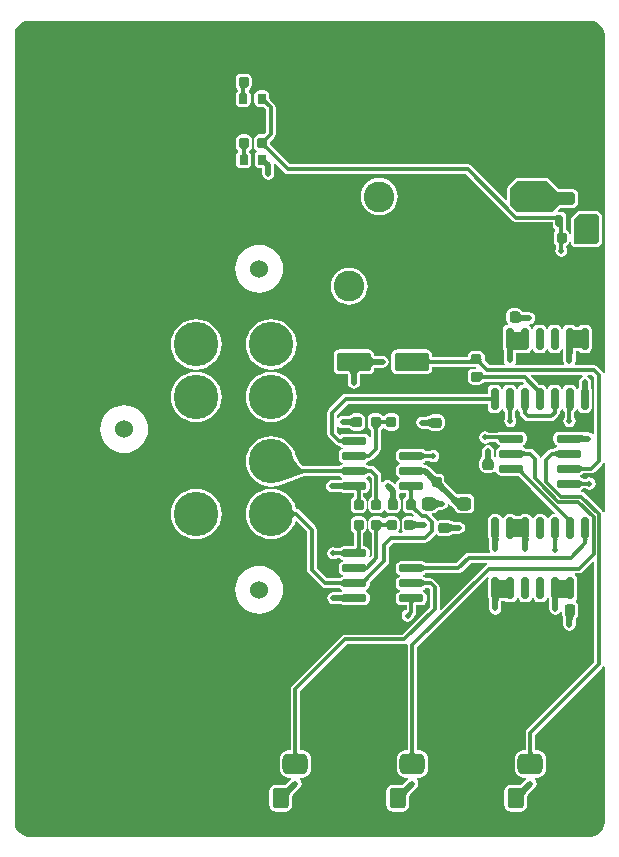
<source format=gtl>
G04*
G04 #@! TF.GenerationSoftware,Altium Limited,Altium Designer,20.2.5 (213)*
G04*
G04 Layer_Physical_Order=1*
G04 Layer_Color=255*
%FSLAX25Y25*%
%MOIN*%
G70*
G04*
G04 #@! TF.SameCoordinates,E7457EF0-435F-4A9A-9950-3147239DC6E2*
G04*
G04*
G04 #@! TF.FilePolarity,Positive*
G04*
G01*
G75*
G04:AMPARAMS|DCode=40|XSize=34.25mil|YSize=38.19mil|CornerRadius=8.73mil|HoleSize=0mil|Usage=FLASHONLY|Rotation=180.000|XOffset=0mil|YOffset=0mil|HoleType=Round|Shape=RoundedRectangle|*
%AMROUNDEDRECTD40*
21,1,0.03425,0.02072,0,0,180.0*
21,1,0.01678,0.03819,0,0,180.0*
1,1,0.01747,-0.00839,0.01036*
1,1,0.01747,0.00839,0.01036*
1,1,0.01747,0.00839,-0.01036*
1,1,0.01747,-0.00839,-0.01036*
%
%ADD40ROUNDEDRECTD40*%
G04:AMPARAMS|DCode=41|XSize=34.25mil|YSize=38.19mil|CornerRadius=8.73mil|HoleSize=0mil|Usage=FLASHONLY|Rotation=270.000|XOffset=0mil|YOffset=0mil|HoleType=Round|Shape=RoundedRectangle|*
%AMROUNDEDRECTD41*
21,1,0.03425,0.02072,0,0,270.0*
21,1,0.01678,0.03819,0,0,270.0*
1,1,0.01747,-0.01036,-0.00839*
1,1,0.01747,-0.01036,0.00839*
1,1,0.01747,0.01036,0.00839*
1,1,0.01747,0.01036,-0.00839*
%
%ADD41ROUNDEDRECTD41*%
G04:AMPARAMS|DCode=42|XSize=81.5mil|YSize=25.98mil|CornerRadius=6.76mil|HoleSize=0mil|Usage=FLASHONLY|Rotation=180.000|XOffset=0mil|YOffset=0mil|HoleType=Round|Shape=RoundedRectangle|*
%AMROUNDEDRECTD42*
21,1,0.08150,0.01247,0,0,180.0*
21,1,0.06798,0.02598,0,0,180.0*
1,1,0.01351,-0.03399,0.00624*
1,1,0.01351,0.03399,0.00624*
1,1,0.01351,0.03399,-0.00624*
1,1,0.01351,-0.03399,-0.00624*
%
%ADD42ROUNDEDRECTD42*%
G04:AMPARAMS|DCode=43|XSize=72.84mil|YSize=25.59mil|CornerRadius=6.27mil|HoleSize=0mil|Usage=FLASHONLY|Rotation=90.000|XOffset=0mil|YOffset=0mil|HoleType=Round|Shape=RoundedRectangle|*
%AMROUNDEDRECTD43*
21,1,0.07284,0.01305,0,0,90.0*
21,1,0.06030,0.02559,0,0,90.0*
1,1,0.01254,0.00653,0.03015*
1,1,0.01254,0.00653,-0.03015*
1,1,0.01254,-0.00653,-0.03015*
1,1,0.01254,-0.00653,0.03015*
%
%ADD43ROUNDEDRECTD43*%
G04:AMPARAMS|DCode=44|XSize=69.69mil|YSize=83.86mil|CornerRadius=17.42mil|HoleSize=0mil|Usage=FLASHONLY|Rotation=90.000|XOffset=0mil|YOffset=0mil|HoleType=Round|Shape=RoundedRectangle|*
%AMROUNDEDRECTD44*
21,1,0.06969,0.04902,0,0,90.0*
21,1,0.03484,0.08386,0,0,90.0*
1,1,0.03484,0.02451,0.01742*
1,1,0.03484,0.02451,-0.01742*
1,1,0.03484,-0.02451,-0.01742*
1,1,0.03484,-0.02451,0.01742*
%
%ADD44ROUNDEDRECTD44*%
G04:AMPARAMS|DCode=45|XSize=69.69mil|YSize=56.3mil|CornerRadius=14.08mil|HoleSize=0mil|Usage=FLASHONLY|Rotation=270.000|XOffset=0mil|YOffset=0mil|HoleType=Round|Shape=RoundedRectangle|*
%AMROUNDEDRECTD45*
21,1,0.06969,0.02815,0,0,270.0*
21,1,0.04153,0.05630,0,0,270.0*
1,1,0.02815,-0.01408,-0.02077*
1,1,0.02815,-0.01408,0.02077*
1,1,0.02815,0.01408,0.02077*
1,1,0.02815,0.01408,-0.02077*
%
%ADD45ROUNDEDRECTD45*%
G04:AMPARAMS|DCode=46|XSize=32.28mil|YSize=36.61mil|CornerRadius=8.23mil|HoleSize=0mil|Usage=FLASHONLY|Rotation=180.000|XOffset=0mil|YOffset=0mil|HoleType=Round|Shape=RoundedRectangle|*
%AMROUNDEDRECTD46*
21,1,0.03228,0.02015,0,0,180.0*
21,1,0.01582,0.03661,0,0,180.0*
1,1,0.01647,-0.00791,0.01007*
1,1,0.01647,0.00791,0.01007*
1,1,0.01647,0.00791,-0.01007*
1,1,0.01647,-0.00791,-0.01007*
%
%ADD46ROUNDEDRECTD46*%
G04:AMPARAMS|DCode=47|XSize=33.07mil|YSize=36.61mil|CornerRadius=8.27mil|HoleSize=0mil|Usage=FLASHONLY|Rotation=0.000|XOffset=0mil|YOffset=0mil|HoleType=Round|Shape=RoundedRectangle|*
%AMROUNDEDRECTD47*
21,1,0.03307,0.02008,0,0,0.0*
21,1,0.01654,0.03661,0,0,0.0*
1,1,0.01654,0.00827,-0.01004*
1,1,0.01654,-0.00827,-0.01004*
1,1,0.01654,-0.00827,0.01004*
1,1,0.01654,0.00827,0.01004*
%
%ADD47ROUNDEDRECTD47*%
G04:AMPARAMS|DCode=48|XSize=32.28mil|YSize=36.61mil|CornerRadius=8.23mil|HoleSize=0mil|Usage=FLASHONLY|Rotation=270.000|XOffset=0mil|YOffset=0mil|HoleType=Round|Shape=RoundedRectangle|*
%AMROUNDEDRECTD48*
21,1,0.03228,0.02015,0,0,270.0*
21,1,0.01582,0.03661,0,0,270.0*
1,1,0.01647,-0.01007,-0.00791*
1,1,0.01647,-0.01007,0.00791*
1,1,0.01647,0.01007,0.00791*
1,1,0.01647,0.01007,-0.00791*
%
%ADD48ROUNDEDRECTD48*%
G04:AMPARAMS|DCode=49|XSize=39.76mil|YSize=24.02mil|CornerRadius=5.88mil|HoleSize=0mil|Usage=FLASHONLY|Rotation=90.000|XOffset=0mil|YOffset=0mil|HoleType=Round|Shape=RoundedRectangle|*
%AMROUNDEDRECTD49*
21,1,0.03976,0.01225,0,0,90.0*
21,1,0.02800,0.02402,0,0,90.0*
1,1,0.01177,0.00612,0.01400*
1,1,0.01177,0.00612,-0.01400*
1,1,0.01177,-0.00612,-0.01400*
1,1,0.01177,-0.00612,0.01400*
%
%ADD49ROUNDEDRECTD49*%
G04:AMPARAMS|DCode=50|XSize=29.13mil|YSize=36.61mil|CornerRadius=7.43mil|HoleSize=0mil|Usage=FLASHONLY|Rotation=0.000|XOffset=0mil|YOffset=0mil|HoleType=Round|Shape=RoundedRectangle|*
%AMROUNDEDRECTD50*
21,1,0.02913,0.02176,0,0,0.0*
21,1,0.01428,0.03661,0,0,0.0*
1,1,0.01486,0.00714,-0.01088*
1,1,0.01486,-0.00714,-0.01088*
1,1,0.01486,-0.00714,0.01088*
1,1,0.01486,0.00714,0.01088*
%
%ADD50ROUNDEDRECTD50*%
G04:AMPARAMS|DCode=51|XSize=114.96mil|YSize=62.21mil|CornerRadius=9.95mil|HoleSize=0mil|Usage=FLASHONLY|Rotation=180.000|XOffset=0mil|YOffset=0mil|HoleType=Round|Shape=RoundedRectangle|*
%AMROUNDEDRECTD51*
21,1,0.11496,0.04230,0,0,180.0*
21,1,0.09506,0.06221,0,0,180.0*
1,1,0.01991,-0.04753,0.02115*
1,1,0.01991,0.04753,0.02115*
1,1,0.01991,0.04753,-0.02115*
1,1,0.01991,-0.04753,-0.02115*
%
%ADD51ROUNDEDRECTD51*%
G04:AMPARAMS|DCode=52|XSize=46.06mil|YSize=43.7mil|CornerRadius=9.83mil|HoleSize=0mil|Usage=FLASHONLY|Rotation=0.000|XOffset=0mil|YOffset=0mil|HoleType=Round|Shape=RoundedRectangle|*
%AMROUNDEDRECTD52*
21,1,0.04606,0.02404,0,0,0.0*
21,1,0.02640,0.04370,0,0,0.0*
1,1,0.01967,0.01320,-0.01202*
1,1,0.01967,-0.01320,-0.01202*
1,1,0.01967,-0.01320,0.01202*
1,1,0.01967,0.01320,0.01202*
%
%ADD52ROUNDEDRECTD52*%
%ADD53C,0.01968*%
%ADD54C,0.01181*%
%ADD55R,0.06299X0.06299*%
%ADD56R,0.06693X0.05906*%
%ADD57R,0.06693X0.06299*%
%ADD58R,0.06299X0.06299*%
%ADD59C,0.10236*%
%ADD60C,0.14803*%
%ADD61C,0.06000*%
%ADD62C,0.01968*%
G36*
X130841Y101776D02*
X130893Y101610D01*
X130992Y101463D01*
X131140Y101336D01*
X131334Y101229D01*
X131576Y101141D01*
X131865Y101072D01*
X132201Y101023D01*
X132585Y100994D01*
X133017Y100984D01*
X132946Y99016D01*
X132609Y99011D01*
X131722Y98941D01*
X131467Y98898D01*
X131234Y98847D01*
X131021Y98786D01*
X130828Y98715D01*
X130657Y98635D01*
X130506Y98546D01*
X130836Y101962D01*
X130841Y101776D01*
D02*
G37*
G36*
X155901Y199000D02*
X156807Y198625D01*
X157623Y198080D01*
X158316Y197386D01*
X158861Y196571D01*
X159236Y195665D01*
X159428Y194703D01*
Y194213D01*
Y81882D01*
X159256Y81822D01*
X158928Y81799D01*
X158627Y82249D01*
X157052Y83824D01*
X156526Y84175D01*
X155905Y84299D01*
X149605D01*
X149337Y84799D01*
X149507Y85053D01*
X149661Y85827D01*
Y88125D01*
X149674Y88304D01*
X149730Y88748D01*
X149761Y88903D01*
X149797Y89036D01*
X149831Y89136D01*
X149832Y89138D01*
X150786D01*
X150970Y88863D01*
X151508Y88504D01*
X152143Y88378D01*
X153448D01*
X154083Y88504D01*
X154621Y88863D01*
X154980Y89402D01*
X155107Y90036D01*
Y96066D01*
X154980Y96701D01*
X154621Y97239D01*
X154083Y97598D01*
X153448Y97725D01*
X152143D01*
X151508Y97598D01*
X150970Y97239D01*
X150865Y97083D01*
X149725D01*
X149621Y97239D01*
X149083Y97598D01*
X148448Y97725D01*
X147143D01*
X146508Y97598D01*
X145970Y97239D01*
X145610Y96701D01*
X145550Y96399D01*
X145040D01*
X144980Y96701D01*
X144621Y97239D01*
X144083Y97598D01*
X143448Y97725D01*
X142143D01*
X141508Y97598D01*
X140970Y97239D01*
X140610Y96701D01*
X140550Y96399D01*
X140040D01*
X139980Y96701D01*
X139621Y97239D01*
X139083Y97598D01*
X138448Y97725D01*
X137143D01*
X136508Y97598D01*
X135970Y97239D01*
X135610Y96701D01*
X135550Y96399D01*
X135040D01*
X134980Y96701D01*
X134621Y97239D01*
X134260Y97480D01*
X134257Y97654D01*
X134379Y98002D01*
X135026Y98131D01*
X135683Y98569D01*
X136121Y99226D01*
X136275Y100000D01*
X136121Y100774D01*
X135683Y101431D01*
X135026Y101869D01*
X134252Y102023D01*
X132500D01*
X132314Y102037D01*
X132056Y102075D01*
X131947Y102101D01*
X131935Y102161D01*
X131521Y102780D01*
X130901Y103194D01*
X130170Y103340D01*
X128491D01*
X127761Y103194D01*
X127141Y102780D01*
X126727Y102161D01*
X126581Y101430D01*
Y99358D01*
X126727Y98627D01*
X127007Y98208D01*
X126830Y97674D01*
X126817Y97660D01*
X126508Y97598D01*
X125970Y97239D01*
X125610Y96701D01*
X125484Y96066D01*
Y90036D01*
X125549Y89709D01*
X125548Y89702D01*
X125555Y89680D01*
X125610Y89402D01*
X125660Y89328D01*
X125662Y89321D01*
X125674Y89297D01*
X125675Y89295D01*
X125692Y89226D01*
X125708Y89136D01*
X125772Y88139D01*
Y85984D01*
X125926Y85210D01*
X126201Y84799D01*
X125934Y84299D01*
X120967D01*
X119685Y85581D01*
X119501Y85779D01*
X119402Y85902D01*
Y87228D01*
X119260Y87939D01*
X118857Y88542D01*
X118254Y88945D01*
X117543Y89087D01*
X115528D01*
X114817Y88945D01*
X114214Y88542D01*
X113811Y87939D01*
X113669Y87228D01*
Y87055D01*
X101866D01*
Y87548D01*
X101711Y88327D01*
X101270Y88986D01*
X100610Y89428D01*
X99831Y89582D01*
X90326D01*
X89547Y89428D01*
X88888Y88986D01*
X88446Y88327D01*
X88292Y87548D01*
Y83318D01*
X88446Y82540D01*
X88888Y81880D01*
X89547Y81439D01*
X90326Y81284D01*
X99831D01*
X100610Y81439D01*
X101270Y81880D01*
X101711Y82540D01*
X101866Y83318D01*
Y83811D01*
X115406D01*
X115528Y83787D01*
X116532D01*
X116641Y83642D01*
X116392Y83142D01*
X115528D01*
X114817Y83000D01*
X114214Y82598D01*
X113811Y81994D01*
X113669Y81283D01*
Y79701D01*
X113811Y78990D01*
X114214Y78387D01*
X114817Y77984D01*
X115528Y77842D01*
X117543D01*
X118254Y77984D01*
X118857Y78387D01*
X119045Y78668D01*
X119288Y78693D01*
X132005D01*
X132473Y78226D01*
X132281Y77764D01*
X132143D01*
X131508Y77638D01*
X130970Y77278D01*
X130610Y76740D01*
X130550Y76439D01*
X130040D01*
X129980Y76740D01*
X129621Y77278D01*
X129083Y77638D01*
X128448Y77764D01*
X127143D01*
X126508Y77638D01*
X125970Y77278D01*
X125610Y76740D01*
X125550Y76439D01*
X125040D01*
X124980Y76740D01*
X124621Y77278D01*
X124083Y77638D01*
X123448Y77764D01*
X122143D01*
X121508Y77638D01*
X120970Y77278D01*
X120610Y76740D01*
X120484Y76105D01*
Y74712D01*
X73091D01*
X72470Y74589D01*
X71944Y74237D01*
X67357Y69651D01*
X67006Y69125D01*
X66882Y68504D01*
Y61417D01*
X67006Y60797D01*
X67357Y60271D01*
X69700Y57928D01*
X70226Y57577D01*
X70846Y57453D01*
X71152D01*
X71157Y57453D01*
X71158Y57453D01*
X71298Y57243D01*
X71852Y56873D01*
X72069Y56830D01*
Y56320D01*
X71852Y56277D01*
X71298Y55906D01*
X70928Y55352D01*
X70798Y54698D01*
Y53451D01*
X70928Y52797D01*
X71298Y52243D01*
X71852Y51873D01*
X72069Y51830D01*
Y51320D01*
X71852Y51277D01*
X71541Y51068D01*
X71522Y51062D01*
X71492Y51036D01*
X71298Y50906D01*
X71236Y50814D01*
X71222Y50801D01*
X71196Y50768D01*
X71189Y50764D01*
X71156Y50750D01*
X71100Y50732D01*
X71021Y50714D01*
X70919Y50699D01*
X70886Y50696D01*
X59535D01*
X59281Y50721D01*
X58964Y50815D01*
X58641Y50982D01*
X58302Y51236D01*
X57949Y51591D01*
X57589Y52052D01*
X57228Y52624D01*
X56871Y53306D01*
X56523Y54097D01*
X56179Y55020D01*
X56154Y55060D01*
X56028Y55475D01*
X55248Y56934D01*
X54198Y58214D01*
X52919Y59263D01*
X51459Y60044D01*
X49875Y60524D01*
X48228Y60686D01*
X46581Y60524D01*
X44998Y60044D01*
X43538Y59263D01*
X42259Y58214D01*
X41209Y56934D01*
X40429Y55475D01*
X39948Y53891D01*
X39786Y52244D01*
X39948Y50597D01*
X40429Y49013D01*
X41209Y47554D01*
X42259Y46275D01*
X43538Y45225D01*
X44998Y44445D01*
X46581Y43964D01*
X48228Y43802D01*
X49875Y43964D01*
X51459Y44445D01*
X51593Y44516D01*
X59205Y47453D01*
X70886D01*
X70919Y47450D01*
X71021Y47435D01*
X71100Y47417D01*
X71156Y47400D01*
X71189Y47386D01*
X71196Y47381D01*
X71222Y47348D01*
X71236Y47336D01*
X71298Y47243D01*
X71492Y47114D01*
X71522Y47087D01*
X71541Y47081D01*
X71852Y46873D01*
X71954Y46853D01*
X71970Y46810D01*
X71879Y46398D01*
X71807Y46286D01*
X71672Y46189D01*
X71654Y46184D01*
X71565Y46167D01*
X70549Y46098D01*
X68504D01*
X67730Y45944D01*
X67073Y45505D01*
X66635Y44849D01*
X66481Y44075D01*
X66635Y43301D01*
X67073Y42644D01*
X67730Y42206D01*
X68504Y42052D01*
X70798D01*
X71154Y42032D01*
X71541Y41987D01*
X71654Y41965D01*
X71727Y41947D01*
X71736Y41943D01*
X71766Y41927D01*
X71775Y41924D01*
X71852Y41873D01*
X72120Y41820D01*
X72147Y41811D01*
X72156Y41812D01*
X72506Y41743D01*
X75721D01*
Y40531D01*
X75715Y40457D01*
X75712Y40434D01*
X75237Y40117D01*
X74834Y39514D01*
X74693Y38803D01*
Y36788D01*
X74834Y36076D01*
X75237Y35473D01*
X75840Y35070D01*
X76552Y34929D01*
X78133D01*
X78845Y35070D01*
X79448Y35473D01*
X79851Y36076D01*
X79992Y36788D01*
Y38803D01*
X79851Y39514D01*
X79448Y40117D01*
X78974Y40434D01*
X78970Y40457D01*
X78964Y40531D01*
Y41743D01*
X79305D01*
X79958Y41873D01*
X80513Y42243D01*
X80883Y42797D01*
X81013Y43451D01*
Y44698D01*
X80883Y45352D01*
X80513Y45906D01*
X79958Y46277D01*
X79742Y46320D01*
Y46830D01*
X79958Y46873D01*
X80270Y47081D01*
X80289Y47087D01*
X80319Y47114D01*
X80513Y47243D01*
X80535Y47277D01*
X80905Y47339D01*
X81081Y47334D01*
X81666Y46749D01*
Y40531D01*
X81660Y40457D01*
X81656Y40434D01*
X81182Y40117D01*
X80779Y39514D01*
X80638Y38803D01*
Y36788D01*
X80779Y36076D01*
X81182Y35473D01*
X81785Y35070D01*
X82497Y34929D01*
X84078D01*
X84790Y35070D01*
X85393Y35473D01*
X85754Y36014D01*
X86024Y36048D01*
X86293Y36014D01*
X86654Y35473D01*
X87257Y35070D01*
X87969Y34929D01*
X89551D01*
X90262Y35070D01*
X90865Y35473D01*
X91268Y36076D01*
X91410Y36788D01*
Y38803D01*
X91321Y39248D01*
X91322Y39276D01*
X91307Y39317D01*
X91268Y39514D01*
X91196Y39623D01*
X91186Y39649D01*
X91099Y39792D01*
X91037Y39915D01*
X90980Y40054D01*
X90927Y40212D01*
X90880Y40390D01*
X90840Y40586D01*
X90809Y40790D01*
X90783Y41119D01*
Y41401D01*
X91283Y41798D01*
X91561Y41743D01*
X93083D01*
Y40531D01*
X93077Y40457D01*
X93074Y40434D01*
X92599Y40117D01*
X92196Y39514D01*
X92055Y38803D01*
Y36788D01*
X92196Y36076D01*
X92599Y35473D01*
X93202Y35070D01*
X93914Y34929D01*
X95236D01*
X95513Y34694D01*
X95883Y34323D01*
X95637Y33862D01*
X95102Y33969D01*
X93520D01*
X92809Y33827D01*
X92206Y33424D01*
X91803Y32821D01*
X91661Y32110D01*
Y30095D01*
X91803Y29384D01*
X92130Y28893D01*
X91953Y28393D01*
X90724D01*
X90547Y28893D01*
X90874Y29384D01*
X91016Y30095D01*
Y32110D01*
X90874Y32821D01*
X90472Y33424D01*
X89868Y33827D01*
X89157Y33969D01*
X87575D01*
X86864Y33827D01*
X86261Y33424D01*
X86127Y33225D01*
X85526D01*
X85393Y33424D01*
X84790Y33827D01*
X84078Y33969D01*
X82497D01*
X81785Y33827D01*
X81182Y33424D01*
X80779Y32821D01*
X80638Y32110D01*
Y30095D01*
X80779Y29384D01*
X81182Y28780D01*
X81656Y28463D01*
X81660Y28440D01*
X81666Y28366D01*
Y20586D01*
X81318Y20304D01*
X80917Y20565D01*
X81013Y21050D01*
Y22297D01*
X80883Y22951D01*
X80513Y23505D01*
X79958Y23875D01*
X79305Y24005D01*
X78964D01*
Y28366D01*
X78970Y28440D01*
X78974Y28463D01*
X79448Y28780D01*
X79851Y29384D01*
X79992Y30095D01*
Y32110D01*
X79851Y32821D01*
X79448Y33424D01*
X78845Y33827D01*
X78133Y33969D01*
X76552D01*
X75840Y33827D01*
X75237Y33424D01*
X74834Y32821D01*
X74693Y32110D01*
Y30095D01*
X74834Y29384D01*
X75237Y28780D01*
X75712Y28463D01*
X75715Y28440D01*
X75721Y28366D01*
Y24005D01*
X72506D01*
X71852Y23875D01*
X71541Y23667D01*
X71522Y23661D01*
X71492Y23634D01*
X71298Y23505D01*
X71236Y23412D01*
X71222Y23400D01*
X71196Y23367D01*
X71189Y23362D01*
X71156Y23348D01*
X71100Y23331D01*
X71021Y23313D01*
X70919Y23298D01*
X70886Y23295D01*
X70013D01*
X69672Y23523D01*
X68898Y23677D01*
X68123Y23523D01*
X67467Y23084D01*
X67028Y22428D01*
X66874Y21654D01*
X67028Y20879D01*
X67467Y20223D01*
X68123Y19784D01*
X68898Y19630D01*
X69672Y19784D01*
X70072Y20052D01*
X70886D01*
X70919Y20049D01*
X71021Y20034D01*
X71100Y20016D01*
X71156Y19998D01*
X71189Y19984D01*
X71196Y19980D01*
X71222Y19947D01*
X71236Y19934D01*
X71298Y19842D01*
X71492Y19712D01*
X71522Y19686D01*
X71541Y19680D01*
X71852Y19471D01*
X72069Y19428D01*
Y18918D01*
X71852Y18875D01*
X71298Y18505D01*
X70928Y17951D01*
X70798Y17297D01*
Y16050D01*
X70928Y15396D01*
X71298Y14842D01*
X71852Y14471D01*
X72069Y14428D01*
Y13918D01*
X71852Y13875D01*
X71541Y13667D01*
X71522Y13661D01*
X71492Y13634D01*
X71298Y13505D01*
X71236Y13412D01*
X71222Y13400D01*
X71196Y13367D01*
X71189Y13362D01*
X71156Y13348D01*
X71100Y13331D01*
X71021Y13313D01*
X70919Y13298D01*
X70886Y13295D01*
X66951D01*
X63433Y16814D01*
Y29528D01*
X63309Y30148D01*
X62958Y30674D01*
X57741Y35891D01*
X57215Y36242D01*
X56595Y36366D01*
X56511D01*
X56508Y36391D01*
X56028Y37975D01*
X55248Y39434D01*
X54198Y40714D01*
X52919Y41763D01*
X51459Y42544D01*
X49875Y43024D01*
X48228Y43186D01*
X46581Y43024D01*
X44998Y42544D01*
X43538Y41763D01*
X42259Y40714D01*
X41209Y39434D01*
X40429Y37975D01*
X39948Y36391D01*
X39786Y34744D01*
X39948Y33097D01*
X40429Y31513D01*
X41209Y30054D01*
X42259Y28774D01*
X43538Y27725D01*
X44998Y26945D01*
X46581Y26464D01*
X48228Y26302D01*
X49875Y26464D01*
X51459Y26945D01*
X52919Y27725D01*
X54198Y28774D01*
X55248Y30054D01*
X56028Y31513D01*
X56237Y32202D01*
X56722Y32323D01*
X60189Y28856D01*
Y16142D01*
X60313Y15521D01*
X60664Y14995D01*
X65133Y10526D01*
X65659Y10175D01*
X66280Y10052D01*
X70886D01*
X70919Y10049D01*
X71021Y10034D01*
X71100Y10016D01*
X71156Y9998D01*
X71189Y9984D01*
X71196Y9980D01*
X71222Y9947D01*
X71236Y9934D01*
X71298Y9842D01*
X71492Y9712D01*
X71522Y9686D01*
X71541Y9680D01*
X71852Y9471D01*
X71954Y9451D01*
X71970Y9408D01*
X71879Y8996D01*
X71807Y8884D01*
X71672Y8787D01*
X71654Y8783D01*
X71565Y8766D01*
X70549Y8696D01*
X68917D01*
X68143Y8542D01*
X67487Y8104D01*
X67048Y7447D01*
X66894Y6673D01*
X67048Y5899D01*
X67487Y5243D01*
X68143Y4804D01*
X68917Y4650D01*
X70798D01*
X71154Y4630D01*
X71541Y4585D01*
X71654Y4564D01*
X71727Y4545D01*
X71736Y4542D01*
X71766Y4526D01*
X71775Y4523D01*
X71852Y4471D01*
X72120Y4418D01*
X72147Y4410D01*
X72156Y4411D01*
X72506Y4341D01*
X79305D01*
X79958Y4471D01*
X80513Y4842D01*
X80883Y5396D01*
X81013Y6050D01*
Y7297D01*
X80883Y7951D01*
X80513Y8505D01*
X79958Y8875D01*
X79742Y8918D01*
Y9428D01*
X79958Y9471D01*
X80513Y9842D01*
X80883Y10396D01*
X81013Y11050D01*
Y11743D01*
X81282Y12059D01*
X86974Y17751D01*
X87325Y18277D01*
X87449Y18898D01*
Y23738D01*
X88861Y25150D01*
X99606D01*
X100227Y25273D01*
X100753Y25625D01*
X102934Y27806D01*
X103017Y27931D01*
X103366Y27931D01*
X103587Y27883D01*
X104139Y27514D01*
X104869Y27369D01*
X106941D01*
X107412Y27462D01*
X107442Y27461D01*
X107483Y27477D01*
X107673Y27514D01*
X107786Y27590D01*
X107815Y27601D01*
X107990Y27709D01*
X108143Y27790D01*
X108306Y27863D01*
X108478Y27927D01*
X108662Y27982D01*
X108857Y28028D01*
X109051Y28063D01*
X109385Y28095D01*
X110827D01*
X111601Y28249D01*
X112257Y28688D01*
X112696Y29344D01*
X112850Y30118D01*
X112696Y30892D01*
X112257Y31549D01*
X111601Y31987D01*
X110827Y32141D01*
X109368D01*
X109271Y32146D01*
X109064Y32171D01*
X108857Y32208D01*
X108661Y32254D01*
X108478Y32309D01*
X108306Y32373D01*
X108143Y32446D01*
X107990Y32527D01*
X107815Y32635D01*
X107786Y32646D01*
X107673Y32722D01*
X107483Y32760D01*
X107442Y32775D01*
X107412Y32774D01*
X106941Y32867D01*
X104869D01*
X104139Y32722D01*
X103848Y32528D01*
X103292Y32758D01*
X103286Y32789D01*
X102934Y33316D01*
X101747Y34503D01*
X101938Y34965D01*
X102107D01*
X102881Y35119D01*
X103299Y35398D01*
X103320Y35405D01*
X103351Y35433D01*
X103537Y35557D01*
X103602Y35654D01*
X103618Y35669D01*
X103712Y35792D01*
X103776Y35857D01*
X103853Y35917D01*
X103947Y35975D01*
X104064Y36030D01*
X104208Y36080D01*
X104379Y36123D01*
X104579Y36156D01*
X104685Y36166D01*
X105118D01*
X105892Y36320D01*
X106549Y36758D01*
X106987Y37415D01*
X107092Y37942D01*
X107627Y38114D01*
X108201Y37540D01*
X109039Y36671D01*
X109351Y36308D01*
X109406Y36236D01*
X109410Y36213D01*
X109528Y36037D01*
X109547Y35998D01*
X109565Y35981D01*
X109849Y35557D01*
X110505Y35119D01*
X111278Y34965D01*
X113918D01*
X114692Y35119D01*
X115348Y35557D01*
X115787Y36213D01*
X115940Y36987D01*
Y39391D01*
X115787Y40165D01*
X115348Y40821D01*
X114692Y41259D01*
X113918Y41413D01*
X111278D01*
X110810Y41320D01*
X110801Y41320D01*
X110777Y41313D01*
X110692Y41296D01*
X110649Y41294D01*
X110626Y41283D01*
X110505Y41259D01*
X110429Y41208D01*
X110421Y41206D01*
X110415Y41203D01*
X110408Y41205D01*
X110323Y41244D01*
X110200Y41317D01*
X110047Y41428D01*
X109975Y41489D01*
X106713Y44750D01*
X106386Y45102D01*
X106150Y45397D01*
X105977Y45644D01*
Y46283D01*
X105835Y46995D01*
X105432Y47598D01*
X104829Y48000D01*
X104118Y48142D01*
X103457D01*
X103290Y48260D01*
X102698Y48766D01*
X100958Y50505D01*
X100302Y50944D01*
X99528Y51098D01*
X99281D01*
X99014Y51277D01*
X98797Y51320D01*
Y51830D01*
X99014Y51873D01*
X99326Y52081D01*
X99344Y52087D01*
X99374Y52114D01*
X99568Y52243D01*
X99630Y52336D01*
X99644Y52348D01*
X99670Y52381D01*
X99677Y52386D01*
X99710Y52400D01*
X99766Y52417D01*
X99845Y52435D01*
X99947Y52450D01*
X99980Y52453D01*
X101080D01*
X101450Y52206D01*
X102224Y52052D01*
X102999Y52206D01*
X103655Y52644D01*
X104094Y53301D01*
X104247Y54075D01*
X104094Y54849D01*
X103655Y55505D01*
X102999Y55944D01*
X102224Y56098D01*
X101450Y55944D01*
X101080Y55697D01*
X101078Y55696D01*
X99980D01*
X99947Y55699D01*
X99845Y55714D01*
X99766Y55732D01*
X99711Y55750D01*
X99677Y55764D01*
X99670Y55768D01*
X99644Y55801D01*
X99630Y55814D01*
X99568Y55906D01*
X99374Y56036D01*
X99344Y56062D01*
X99326Y56068D01*
X99014Y56277D01*
X98360Y56407D01*
X91561D01*
X90908Y56277D01*
X90353Y55906D01*
X89983Y55352D01*
X89853Y54698D01*
Y53451D01*
X89983Y52797D01*
X90353Y52243D01*
X90908Y51873D01*
X91124Y51830D01*
Y51320D01*
X90908Y51277D01*
X90353Y50906D01*
X89983Y50352D01*
X89853Y49698D01*
Y48451D01*
X89983Y47797D01*
X90353Y47243D01*
X90908Y46873D01*
X91124Y46830D01*
Y46320D01*
X90908Y46277D01*
X90353Y45906D01*
X89983Y45352D01*
X89873Y44798D01*
X89411Y44552D01*
X88438Y45525D01*
X87782Y45964D01*
X87008Y46118D01*
X86234Y45964D01*
X85577Y45525D01*
X85409Y45273D01*
X84909Y45425D01*
Y47421D01*
X84786Y48042D01*
X84434Y48568D01*
X82781Y50222D01*
X82254Y50573D01*
X81634Y50696D01*
X80925D01*
X80892Y50699D01*
X80790Y50714D01*
X80711Y50732D01*
X80655Y50750D01*
X80622Y50764D01*
X80615Y50768D01*
X80589Y50801D01*
X80575Y50814D01*
X80513Y50906D01*
X80319Y51036D01*
X80289Y51062D01*
X80270Y51068D01*
X79958Y51277D01*
X79742Y51320D01*
Y51830D01*
X79958Y51873D01*
X80513Y52243D01*
X80653Y52453D01*
X80847D01*
X81467Y52577D01*
X81993Y52928D01*
X84178Y55113D01*
X84530Y55639D01*
X84653Y56260D01*
Y62612D01*
X84659Y62681D01*
X84660Y62689D01*
X85175Y63033D01*
X85329Y63264D01*
X85931D01*
X86085Y63033D01*
X86689Y62630D01*
X87402Y62488D01*
X89055D01*
X89768Y62630D01*
X90372Y63033D01*
X90776Y63638D01*
X90918Y64350D01*
Y66358D01*
X90776Y67071D01*
X90372Y67675D01*
X89768Y68079D01*
X89055Y68221D01*
X87402D01*
X86689Y68079D01*
X86085Y67675D01*
X85931Y67445D01*
X85329D01*
X85175Y67675D01*
X84571Y68079D01*
X83858Y68221D01*
X82205D01*
X81492Y68079D01*
X80888Y67675D01*
X80484Y67071D01*
X80342Y66358D01*
Y64350D01*
X80484Y63638D01*
X80888Y63033D01*
X81403Y62689D01*
X81404Y62681D01*
X81410Y62612D01*
Y60267D01*
X80910Y60218D01*
X80883Y60352D01*
X80513Y60906D01*
X79958Y61277D01*
X79305Y61407D01*
X72506D01*
X71852Y61277D01*
X71304Y60910D01*
X70126Y62089D01*
Y63759D01*
X70617Y63924D01*
X71273Y63485D01*
X72047Y63331D01*
X73696D01*
X73780Y63328D01*
X74008Y63304D01*
X74209Y63272D01*
X74369Y63235D01*
X74485Y63197D01*
X74557Y63166D01*
X74579Y63153D01*
X74610Y63114D01*
X74617Y63109D01*
X74667Y63033D01*
X74899Y62879D01*
X74918Y62863D01*
X74926Y62860D01*
X75271Y62630D01*
X75984Y62488D01*
X77638D01*
X78351Y62630D01*
X78955Y63033D01*
X79359Y63638D01*
X79500Y64350D01*
Y66358D01*
X79359Y67071D01*
X78955Y67675D01*
X78351Y68079D01*
X77638Y68221D01*
X75984D01*
X75271Y68079D01*
X74926Y67848D01*
X74918Y67846D01*
X74899Y67830D01*
X74667Y67675D01*
X74617Y67600D01*
X74610Y67594D01*
X74579Y67556D01*
X74557Y67543D01*
X74485Y67511D01*
X74369Y67474D01*
X74209Y67437D01*
X74021Y67406D01*
X73658Y67377D01*
X72047D01*
X71273Y67223D01*
X70617Y66785D01*
X70126Y66950D01*
Y67832D01*
X73762Y71469D01*
X120484D01*
Y70076D01*
X120610Y69441D01*
X120970Y68903D01*
X121508Y68543D01*
X122143Y68417D01*
X123448D01*
X124083Y68543D01*
X124621Y68903D01*
X124980Y69441D01*
X125040Y69743D01*
X125550D01*
X125610Y69441D01*
X125808Y69145D01*
X125814Y69127D01*
X125840Y69096D01*
X125970Y68903D01*
X126062Y68841D01*
X126075Y68827D01*
X126105Y68803D01*
X126108Y68798D01*
X126122Y68766D01*
X126139Y68712D01*
X126156Y68635D01*
X126171Y68535D01*
X126174Y68504D01*
Y66657D01*
X126084Y66522D01*
X125930Y65748D01*
X126084Y64974D01*
X126522Y64318D01*
X127179Y63879D01*
X127953Y63725D01*
X128727Y63879D01*
X129383Y64318D01*
X129822Y64974D01*
X129976Y65748D01*
X129822Y66522D01*
X129417Y67128D01*
Y68504D01*
X129420Y68535D01*
X129434Y68635D01*
X129452Y68712D01*
X129469Y68766D01*
X129482Y68798D01*
X129485Y68803D01*
X129516Y68827D01*
X129528Y68841D01*
X129621Y68903D01*
X129750Y69096D01*
X129777Y69127D01*
X129783Y69145D01*
X129980Y69441D01*
X130040Y69743D01*
X130550D01*
X130610Y69441D01*
X130970Y68903D01*
X131161Y68775D01*
X131174Y68646D01*
Y68386D01*
X131297Y67765D01*
X131649Y67239D01*
X132712Y66176D01*
X133238Y65825D01*
X133858Y65701D01*
X141575D01*
X142195Y65825D01*
X142721Y66176D01*
X143942Y67397D01*
X144293Y67923D01*
X144417Y68543D01*
Y68767D01*
X144621Y68903D01*
X144980Y69441D01*
X145040Y69743D01*
X145550D01*
X145610Y69441D01*
X145794Y69166D01*
X145796Y69160D01*
X145808Y69145D01*
X145970Y68903D01*
X145978Y68897D01*
X145988Y68851D01*
X146002Y68761D01*
X146016Y68572D01*
Y66892D01*
X145769Y66522D01*
X145615Y65748D01*
X145769Y64974D01*
X146207Y64318D01*
X146864Y63879D01*
X147638Y63725D01*
X148412Y63879D01*
X149068Y64318D01*
X149507Y64974D01*
X149661Y65748D01*
X149507Y66522D01*
X149260Y66892D01*
X149259Y66894D01*
Y68556D01*
X149266Y68636D01*
X149270Y68669D01*
X149621Y68903D01*
X149980Y69441D01*
X150040Y69743D01*
X150550D01*
X150610Y69441D01*
X150970Y68903D01*
X151508Y68543D01*
X152143Y68417D01*
X153448D01*
X154083Y68543D01*
X154621Y68903D01*
X154980Y69441D01*
X155107Y70076D01*
Y76105D01*
X155042Y76433D01*
X155042Y76440D01*
X155036Y76462D01*
X154980Y76740D01*
X154931Y76814D01*
X154929Y76821D01*
X154917Y76844D01*
X154916Y76847D01*
X154899Y76916D01*
X154883Y77006D01*
X154818Y78003D01*
Y78701D01*
X154664Y79475D01*
X154226Y80131D01*
X153591Y80555D01*
X153584Y80593D01*
X153737Y81055D01*
X155234D01*
X155859Y80431D01*
Y61438D01*
X155397Y61283D01*
X155359Y61282D01*
X155348Y61293D01*
X154692Y61731D01*
X153917Y61885D01*
X152430D01*
X152075Y61905D01*
X151687Y61950D01*
X151574Y61972D01*
X151502Y61990D01*
X151492Y61994D01*
X151462Y62010D01*
X151453Y62013D01*
X151376Y62064D01*
X151108Y62117D01*
X151081Y62125D01*
X151072Y62125D01*
X150722Y62194D01*
X143924D01*
X143270Y62064D01*
X142716Y61694D01*
X142345Y61140D01*
X142215Y60486D01*
Y59239D01*
X142345Y58585D01*
X142716Y58030D01*
X143270Y57660D01*
X143487Y57617D01*
Y57107D01*
X143270Y57064D01*
X142958Y56856D01*
X142940Y56850D01*
X142909Y56823D01*
X142716Y56694D01*
X142654Y56601D01*
X142639Y56589D01*
X142614Y56556D01*
X142606Y56551D01*
X142573Y56537D01*
X142518Y56520D01*
X142439Y56502D01*
X142336Y56487D01*
X142303Y56484D01*
X141870D01*
X141250Y56361D01*
X140723Y56009D01*
X138617Y53903D01*
X138297Y53424D01*
X138109Y53409D01*
X137777Y53477D01*
X137719Y53770D01*
X137367Y54296D01*
X135655Y56009D01*
X135128Y56361D01*
X134508Y56484D01*
X133287D01*
X133254Y56487D01*
X133152Y56502D01*
X133073Y56520D01*
X133018Y56537D01*
X132984Y56551D01*
X132977Y56556D01*
X132951Y56589D01*
X132937Y56601D01*
X132875Y56694D01*
X132681Y56823D01*
X132651Y56850D01*
X132633Y56856D01*
X132321Y57064D01*
X132104Y57107D01*
Y57617D01*
X132321Y57660D01*
X132875Y58030D01*
X133245Y58585D01*
X133375Y59239D01*
Y60486D01*
X133245Y61140D01*
X132875Y61694D01*
X132321Y62064D01*
X131667Y62194D01*
X124869D01*
X124491Y62119D01*
X124467Y62120D01*
X124431Y62108D01*
X124392Y62107D01*
X124360Y62093D01*
X124215Y62064D01*
X124114Y61997D01*
X124091Y61989D01*
X124044Y61961D01*
X124025Y61952D01*
X123983Y61937D01*
X123918Y61918D01*
X123832Y61900D01*
X123746Y61885D01*
X123396Y61858D01*
X120711D01*
X120341Y62105D01*
X119567Y62259D01*
X118792Y62105D01*
X118136Y61667D01*
X117697Y61010D01*
X117543Y60236D01*
X117697Y59462D01*
X118136Y58806D01*
X118792Y58367D01*
X119567Y58213D01*
X120341Y58367D01*
X120711Y58614D01*
X120713Y58614D01*
X123284D01*
X123290Y58585D01*
X123661Y58030D01*
X124215Y57660D01*
X124431Y57617D01*
Y57107D01*
X124215Y57064D01*
X123661Y56694D01*
X123290Y56140D01*
X123160Y55486D01*
Y54239D01*
X123209Y53993D01*
X123174Y53921D01*
X122773Y53622D01*
X122657Y53675D01*
X122592Y53737D01*
X122561Y53856D01*
X122529Y54037D01*
X122496Y54410D01*
Y55689D01*
X122342Y56463D01*
X121903Y57120D01*
X121247Y57558D01*
X120472Y57712D01*
X119698Y57558D01*
X119042Y57120D01*
X118603Y56463D01*
X118449Y55689D01*
Y54397D01*
X118444Y54270D01*
X118419Y54050D01*
X118384Y53856D01*
X118344Y53700D01*
X118303Y53585D01*
X118267Y53509D01*
X118243Y53472D01*
X118236Y53464D01*
X118175Y53415D01*
X118167Y53406D01*
X118086Y53351D01*
X117941Y53135D01*
X117920Y53110D01*
X117917Y53098D01*
X117672Y52732D01*
X117526Y52001D01*
Y50322D01*
X117672Y49591D01*
X118086Y48972D01*
X118705Y48557D01*
X119436Y48412D01*
X121509D01*
X122239Y48557D01*
X122722Y48880D01*
X123160Y48765D01*
X123269Y48690D01*
X123290Y48585D01*
X123661Y48030D01*
X124215Y47660D01*
X124869Y47530D01*
X130412D01*
X130519Y47457D01*
X130798Y47224D01*
X134937Y43085D01*
X135074Y42880D01*
X142897Y35057D01*
X142706Y34595D01*
X142261D01*
X141626Y34469D01*
X141088Y34109D01*
X140728Y33571D01*
X140668Y33269D01*
X140158D01*
X140099Y33571D01*
X139739Y34109D01*
X139201Y34469D01*
X138566Y34595D01*
X137261D01*
X136626Y34469D01*
X136088Y34109D01*
X135728Y33571D01*
X135668Y33269D01*
X135159D01*
X135099Y33571D01*
X134739Y34109D01*
X134201Y34469D01*
X133566Y34595D01*
X132261D01*
X131626Y34469D01*
X131088Y34109D01*
X131076Y34090D01*
X129751D01*
X129739Y34109D01*
X129201Y34469D01*
X128566Y34595D01*
X127261D01*
X126626Y34469D01*
X126088Y34109D01*
X125728Y33571D01*
X125668Y33269D01*
X125159D01*
X125099Y33571D01*
X124739Y34109D01*
X124201Y34469D01*
X123566Y34595D01*
X122261D01*
X121626Y34469D01*
X121088Y34109D01*
X120728Y33571D01*
X120602Y32936D01*
Y26906D01*
X120667Y26579D01*
X120666Y26572D01*
X120673Y26550D01*
X120728Y26272D01*
X120778Y26198D01*
X120780Y26191D01*
X120792Y26168D01*
X120793Y26165D01*
X120810Y26096D01*
X120826Y26006D01*
X120890Y25009D01*
Y23150D01*
X121044Y22375D01*
X121161Y22200D01*
X120894Y21700D01*
X114035D01*
X113415Y21577D01*
X112889Y21226D01*
X109958Y18295D01*
X99980D01*
X99947Y18298D01*
X99845Y18313D01*
X99766Y18331D01*
X99711Y18348D01*
X99677Y18362D01*
X99670Y18367D01*
X99644Y18400D01*
X99630Y18412D01*
X99568Y18505D01*
X99374Y18634D01*
X99344Y18661D01*
X99326Y18667D01*
X99014Y18875D01*
X98360Y19005D01*
X91561D01*
X90908Y18875D01*
X90353Y18505D01*
X89983Y17951D01*
X89853Y17297D01*
Y16050D01*
X89983Y15396D01*
X90353Y14842D01*
X90908Y14471D01*
X91124Y14428D01*
Y13918D01*
X90908Y13875D01*
X90353Y13505D01*
X89983Y12951D01*
X89853Y12297D01*
Y11050D01*
X89983Y10396D01*
X90353Y9842D01*
X90908Y9471D01*
X91124Y9428D01*
Y8918D01*
X90908Y8875D01*
X90353Y8505D01*
X89983Y7951D01*
X89853Y7297D01*
Y6050D01*
X89983Y5396D01*
X90353Y4842D01*
X90908Y4471D01*
X91561Y4341D01*
X93339D01*
Y2739D01*
X92927Y2657D01*
X92270Y2218D01*
X91832Y1562D01*
X91678Y787D01*
X91832Y13D01*
X92270Y-643D01*
X92927Y-1082D01*
X93701Y-1236D01*
X94475Y-1082D01*
X95131Y-643D01*
X95570Y13D01*
X95657Y450D01*
X95658Y451D01*
X96107Y900D01*
X96459Y1427D01*
X96582Y2047D01*
Y4341D01*
X98360D01*
X99014Y4471D01*
X99568Y4842D01*
X99938Y5396D01*
X100068Y6050D01*
Y7297D01*
X99938Y7951D01*
X99568Y8505D01*
X99014Y8875D01*
X98797Y8918D01*
Y9428D01*
X99014Y9471D01*
X99326Y9680D01*
X99344Y9686D01*
X99374Y9712D01*
X99568Y9842D01*
X99630Y9934D01*
X99644Y9947D01*
X99670Y9980D01*
X99677Y9984D01*
X99710Y9998D01*
X99766Y10016D01*
X99845Y10034D01*
X99947Y10049D01*
X99980Y10052D01*
X100647D01*
X101134Y9565D01*
Y3821D01*
X91848Y-5465D01*
X72835D01*
X72214Y-5588D01*
X71688Y-5940D01*
X55152Y-22475D01*
X54801Y-23001D01*
X54677Y-23622D01*
Y-44114D01*
X53848D01*
X53133Y-44208D01*
X52465Y-44485D01*
X51893Y-44924D01*
X51453Y-45497D01*
X51177Y-46164D01*
X51083Y-46880D01*
Y-50364D01*
X51177Y-51080D01*
X51453Y-51747D01*
X51893Y-52320D01*
X52465Y-52759D01*
X53133Y-53036D01*
X53848Y-53130D01*
X54803D01*
X54955Y-53630D01*
X54869Y-53688D01*
X53501Y-55055D01*
X53288Y-55245D01*
X52990Y-55483D01*
X52917Y-55534D01*
X52785Y-55508D01*
X49970D01*
X49031Y-55695D01*
X48235Y-56227D01*
X47703Y-57023D01*
X47516Y-57963D01*
Y-62116D01*
X47703Y-63055D01*
X48235Y-63852D01*
X49031Y-64384D01*
X49970Y-64571D01*
X52785D01*
X53725Y-64384D01*
X54521Y-63852D01*
X55053Y-63055D01*
X55240Y-62116D01*
Y-59242D01*
X55299Y-59138D01*
X55461Y-58903D01*
X55906Y-58372D01*
X57730Y-56549D01*
X58168Y-55892D01*
X58322Y-55118D01*
X58168Y-54344D01*
X57730Y-53688D01*
X57644Y-53630D01*
X57795Y-53130D01*
X58750D01*
X59466Y-53036D01*
X60133Y-52759D01*
X60706Y-52320D01*
X61145Y-51747D01*
X61422Y-51080D01*
X61516Y-50364D01*
Y-46880D01*
X61422Y-46164D01*
X61145Y-45497D01*
X60706Y-44924D01*
X60133Y-44485D01*
X59466Y-44208D01*
X58750Y-44114D01*
X57921D01*
Y-24294D01*
X73506Y-8708D01*
X92520D01*
X93140Y-8585D01*
X93252Y-8510D01*
X93703Y-8811D01*
X93654Y-9055D01*
Y-44114D01*
X92825D01*
X92109Y-44208D01*
X91442Y-44485D01*
X90869Y-44924D01*
X90430Y-45497D01*
X90153Y-46164D01*
X90059Y-46880D01*
Y-50364D01*
X90153Y-51080D01*
X90430Y-51747D01*
X90869Y-52320D01*
X91442Y-52759D01*
X92109Y-53036D01*
X92825Y-53130D01*
X93779D01*
X93931Y-53630D01*
X93845Y-53688D01*
X92477Y-55055D01*
X92264Y-55245D01*
X91966Y-55483D01*
X91893Y-55534D01*
X91762Y-55508D01*
X88947D01*
X88007Y-55695D01*
X87211Y-56227D01*
X86679Y-57023D01*
X86492Y-57963D01*
Y-62116D01*
X86679Y-63055D01*
X87211Y-63852D01*
X88007Y-64384D01*
X88947Y-64571D01*
X91762D01*
X92701Y-64384D01*
X93498Y-63852D01*
X94030Y-63055D01*
X94216Y-62116D01*
Y-59242D01*
X94276Y-59138D01*
X94438Y-58903D01*
X94883Y-58372D01*
X96706Y-56549D01*
X97145Y-55892D01*
X97299Y-55118D01*
X97145Y-54344D01*
X96706Y-53688D01*
X96620Y-53630D01*
X96772Y-53130D01*
X97726D01*
X98442Y-53036D01*
X99109Y-52759D01*
X99682Y-52320D01*
X100122Y-51747D01*
X100398Y-51080D01*
X100492Y-50364D01*
Y-46880D01*
X100398Y-46164D01*
X100122Y-45497D01*
X99682Y-44924D01*
X99109Y-44485D01*
X98442Y-44208D01*
X97726Y-44114D01*
X96897D01*
Y-9727D01*
X120214Y13590D01*
X120675Y13344D01*
X120602Y12975D01*
Y6946D01*
X120667Y6619D01*
X120666Y6611D01*
X120673Y6589D01*
X120728Y6311D01*
X120778Y6237D01*
X120780Y6230D01*
X120792Y6207D01*
X120793Y6204D01*
X120810Y6135D01*
X120826Y6046D01*
X120890Y5048D01*
Y3228D01*
X121044Y2454D01*
X121483Y1798D01*
X122139Y1359D01*
X122913Y1205D01*
X123688Y1359D01*
X124344Y1798D01*
X124783Y2454D01*
X124936Y3228D01*
Y5303D01*
X124954Y5637D01*
X124958Y5673D01*
X126237D01*
X126626Y5413D01*
X127261Y5287D01*
X128566D01*
X129201Y5413D01*
X129739Y5773D01*
X130098Y6311D01*
X130158Y6613D01*
X130668D01*
X130728Y6311D01*
X131088Y5773D01*
X131626Y5413D01*
X132261Y5287D01*
X133566D01*
X134201Y5413D01*
X134739Y5773D01*
X135099Y6311D01*
X135159Y6613D01*
X135668D01*
X135728Y6311D01*
X136088Y5773D01*
X136626Y5413D01*
X137261Y5287D01*
X138566D01*
X139201Y5413D01*
X139739Y5773D01*
X140099Y6311D01*
X140158Y6613D01*
X140609Y6618D01*
X140666Y6611D01*
X140673Y6589D01*
X140728Y6311D01*
X140778Y6237D01*
X140780Y6230D01*
X140792Y6207D01*
X140793Y6204D01*
X140810Y6135D01*
X140826Y6046D01*
X140890Y5049D01*
Y3150D01*
X141044Y2375D01*
X141483Y1719D01*
X142139Y1280D01*
X142913Y1127D01*
X143688Y1280D01*
X144344Y1719D01*
X144585Y2080D01*
X145085Y1929D01*
Y1523D01*
X145176Y1068D01*
X145175Y1043D01*
X145189Y1003D01*
X145208Y906D01*
X145210Y884D01*
X145214Y878D01*
X145231Y792D01*
X145298Y691D01*
X145306Y668D01*
X145370Y560D01*
X145410Y473D01*
X145454Y356D01*
X145496Y209D01*
X145535Y32D01*
X145565Y-153D01*
X145615Y-773D01*
Y-2165D01*
X145769Y-2940D01*
X146207Y-3596D01*
X146864Y-4034D01*
X147638Y-4188D01*
X148412Y-4034D01*
X149068Y-3596D01*
X149507Y-2940D01*
X149661Y-2165D01*
Y-874D01*
X149666Y-746D01*
X149692Y-527D01*
X149727Y-332D01*
X149767Y-177D01*
X149807Y-61D01*
X149843Y14D01*
X149868Y52D01*
X149875Y60D01*
X149935Y109D01*
X149940Y114D01*
X149947Y118D01*
X149951Y123D01*
X150024Y172D01*
X150169Y389D01*
X150190Y414D01*
X150192Y421D01*
X150197Y428D01*
X150199Y434D01*
X150439Y792D01*
X150584Y1523D01*
Y3595D01*
X150439Y4326D01*
X150024Y4946D01*
X149713Y5154D01*
Y5755D01*
X149739Y5773D01*
X150099Y6311D01*
X150225Y6946D01*
Y12975D01*
X150099Y13610D01*
X149739Y14148D01*
X149342Y14414D01*
X149494Y14914D01*
X150787D01*
X151408Y15037D01*
X151934Y15389D01*
X155397Y18851D01*
X155859Y18660D01*
Y-14683D01*
X133499Y-37042D01*
X133147Y-37568D01*
X133024Y-38189D01*
Y-44114D01*
X132195D01*
X131479Y-44208D01*
X130812Y-44485D01*
X130239Y-44924D01*
X129800Y-45497D01*
X129523Y-46164D01*
X129429Y-46880D01*
Y-50364D01*
X129523Y-51080D01*
X129800Y-51747D01*
X130239Y-52320D01*
X130812Y-52759D01*
X131479Y-53036D01*
X132195Y-53130D01*
X133150D01*
X133301Y-53630D01*
X133215Y-53688D01*
X131847Y-55055D01*
X131634Y-55245D01*
X131337Y-55483D01*
X131263Y-55534D01*
X131132Y-55508D01*
X128317D01*
X127378Y-55695D01*
X126581Y-56227D01*
X126049Y-57023D01*
X125862Y-57963D01*
Y-62116D01*
X126049Y-63055D01*
X126581Y-63852D01*
X127378Y-64384D01*
X128317Y-64571D01*
X131132D01*
X132071Y-64384D01*
X132868Y-63852D01*
X133400Y-63055D01*
X133587Y-62116D01*
Y-59242D01*
X133646Y-59138D01*
X133808Y-58903D01*
X134253Y-58372D01*
X136076Y-56549D01*
X136515Y-55892D01*
X136669Y-55118D01*
X136515Y-54344D01*
X136076Y-53688D01*
X135990Y-53630D01*
X136142Y-53130D01*
X137097D01*
X137812Y-53036D01*
X138479Y-52759D01*
X139052Y-52320D01*
X139492Y-51747D01*
X139768Y-51080D01*
X139862Y-50364D01*
Y-46880D01*
X139768Y-46164D01*
X139492Y-45497D01*
X139052Y-44924D01*
X138479Y-44485D01*
X137812Y-44208D01*
X137097Y-44114D01*
X136267D01*
Y-38861D01*
X158627Y-16501D01*
X158928Y-16051D01*
X159256Y-16073D01*
X159428Y-16134D01*
Y-67835D01*
Y-68325D01*
X159236Y-69287D01*
X158861Y-70193D01*
X158316Y-71008D01*
X157623Y-71702D01*
X156807Y-72247D01*
X155901Y-72622D01*
X154939Y-72813D01*
X154449D01*
X-32283Y-72813D01*
X-32283Y-72813D01*
X-32283Y-72813D01*
X-32774Y-72813D01*
X-33735Y-72621D01*
X-34640Y-72246D01*
X-35455Y-71701D01*
X-36148Y-71007D01*
X-36692Y-70192D01*
X-37067Y-69286D01*
X-37258Y-68325D01*
Y-67835D01*
Y144213D01*
X-37262Y144225D01*
Y194213D01*
Y194703D01*
X-37071Y195665D01*
X-36696Y196571D01*
X-36151Y197386D01*
X-35457Y198080D01*
X-34642Y198625D01*
X-33736Y199000D01*
X-32774Y199191D01*
X154939D01*
X155901Y199000D01*
D02*
G37*
G36*
X145615Y88121D02*
Y85827D01*
X145769Y85053D01*
X145938Y84799D01*
X145671Y84299D01*
X129657D01*
X129390Y84799D01*
X129664Y85210D01*
X129818Y85984D01*
Y88350D01*
X133465D01*
X133855Y88428D01*
X133920Y88471D01*
X134083Y88504D01*
X134621Y88863D01*
X134980Y89402D01*
X135040Y89703D01*
X135550D01*
X135610Y89402D01*
X135970Y88863D01*
X136508Y88504D01*
X137143Y88378D01*
X138448D01*
X139083Y88504D01*
X139621Y88863D01*
X139980Y89402D01*
X140040Y89703D01*
X140550D01*
X140610Y89402D01*
X140970Y88863D01*
X141508Y88504D01*
X142143Y88378D01*
X143448D01*
X144083Y88504D01*
X144621Y88863D01*
X144980Y89402D01*
X145040Y89703D01*
X145546Y89724D01*
X145615Y88121D01*
D02*
G37*
G36*
X128980Y89707D02*
X128938Y89588D01*
X128901Y89439D01*
X128869Y89259D01*
X128819Y88810D01*
X128789Y88240D01*
X128780Y87550D01*
X126811Y87550D01*
X126809Y87910D01*
X126722Y89259D01*
X126690Y89439D01*
X126653Y89588D01*
X126611Y89707D01*
X126563Y89797D01*
X129027D01*
X128980Y89707D01*
D02*
G37*
G36*
X148950Y89664D02*
X148881Y89510D01*
X148821Y89333D01*
X148768Y89134D01*
X148723Y88913D01*
X148659Y88405D01*
X148638Y88117D01*
X148622Y87476D01*
X146654Y87693D01*
X146563Y89797D01*
X149027D01*
X148950Y89664D01*
D02*
G37*
G36*
X115211Y84882D02*
X115212Y84874D01*
X115191Y84868D01*
X115148Y84862D01*
X115082Y84857D01*
X114426Y84843D01*
X114228Y84842D01*
X113520Y86024D01*
X113777Y86029D01*
X114004Y86047D01*
X114200Y86077D01*
X114365Y86118D01*
X114499Y86171D01*
X114603Y86236D01*
X114677Y86313D01*
X114719Y86402D01*
X114732Y86502D01*
X114713Y86614D01*
X115211Y84882D01*
D02*
G37*
G36*
X100834Y86502D02*
X100870Y86402D01*
X100929Y86313D01*
X101013Y86236D01*
X101120Y86171D01*
X101251Y86118D01*
X101407Y86077D01*
X101586Y86047D01*
X101788Y86029D01*
X102015Y86024D01*
Y84842D01*
X101788Y84837D01*
X101586Y84819D01*
X101407Y84789D01*
X101251Y84748D01*
X101120Y84695D01*
X101013Y84630D01*
X100929Y84553D01*
X100870Y84465D01*
X100834Y84364D01*
X100822Y84252D01*
Y86614D01*
X100834Y86502D01*
D02*
G37*
G36*
X118282Y86192D02*
X118242Y86093D01*
X118236Y85975D01*
X118265Y85839D01*
X118328Y85685D01*
X118427Y85512D01*
X118561Y85321D01*
X118729Y85111D01*
X119171Y84637D01*
X118154Y83984D01*
X117920Y84209D01*
X117497Y84566D01*
X117308Y84698D01*
X117133Y84798D01*
X116974Y84867D01*
X116829Y84905D01*
X116699Y84912D01*
X116584Y84887D01*
X116483Y84831D01*
X118358Y86273D01*
X118282Y86192D01*
D02*
G37*
G36*
X118320Y81382D02*
X118350Y81282D01*
X118407Y81194D01*
X118491Y81117D01*
X118601Y81053D01*
X118738Y81000D01*
X118902Y80958D01*
X119091Y80929D01*
X119308Y80911D01*
X119551Y80905D01*
Y79724D01*
X119289Y79719D01*
X118845Y79672D01*
X118664Y79631D01*
X118508Y79578D01*
X118379Y79514D01*
X118277Y79438D01*
X118201Y79351D01*
X118152Y79251D01*
X118130Y79141D01*
X118316Y81494D01*
X118320Y81382D01*
D02*
G37*
G36*
X152007Y80593D02*
X151999Y80555D01*
X151365Y80131D01*
X150926Y79475D01*
X150772Y78701D01*
Y77749D01*
X150755Y77414D01*
X150712Y77029D01*
X150692Y76916D01*
X150675Y76847D01*
X150674Y76844D01*
X150662Y76821D01*
X150660Y76814D01*
X150610Y76740D01*
X150555Y76462D01*
X150548Y76440D01*
X150491Y76433D01*
X150040Y76439D01*
X149980Y76740D01*
X149621Y77278D01*
X149083Y77638D01*
X148448Y77764D01*
X147143D01*
X146508Y77638D01*
X145970Y77278D01*
X145610Y76740D01*
X145550Y76439D01*
X145040D01*
X144980Y76740D01*
X144621Y77278D01*
X144083Y77638D01*
X143448Y77764D01*
X142143D01*
X141508Y77638D01*
X140970Y77278D01*
X140610Y76740D01*
X140550Y76439D01*
X140040D01*
X139980Y76740D01*
X139621Y77278D01*
X139083Y77638D01*
X138448Y77764D01*
X137565D01*
X137269Y78017D01*
X134692Y80594D01*
X134883Y81055D01*
X151853D01*
X152007Y80593D01*
D02*
G37*
G36*
X136521Y77315D02*
X136969Y76932D01*
X137165Y76794D01*
X137340Y76693D01*
X137497Y76627D01*
X137634Y76596D01*
X137752Y76602D01*
X137851Y76643D01*
X137930Y76720D01*
X136528Y74806D01*
X136582Y74908D01*
X136605Y75025D01*
X136598Y75156D01*
X136559Y75301D01*
X136490Y75461D01*
X136390Y75635D01*
X136259Y75824D01*
X136097Y76027D01*
X135680Y76476D01*
X136268Y77560D01*
X136521Y77315D01*
D02*
G37*
G36*
X121528Y71909D02*
X121516Y72022D01*
X121480Y72122D01*
X121420Y72211D01*
X121337Y72287D01*
X121229Y72352D01*
X121098Y72405D01*
X120943Y72447D01*
X120764Y72476D01*
X120561Y72494D01*
X120335Y72500D01*
Y73681D01*
X120561Y73687D01*
X120764Y73705D01*
X120943Y73734D01*
X121098Y73776D01*
X121229Y73829D01*
X121337Y73894D01*
X121420Y73971D01*
X121480Y74059D01*
X121516Y74159D01*
X121528Y74272D01*
Y71909D01*
D02*
G37*
G36*
X143635Y69505D02*
X143583Y69476D01*
X143537Y69428D01*
X143497Y69360D01*
X143463Y69272D01*
X143435Y69165D01*
X143414Y69039D01*
X143398Y68893D01*
X143386Y68543D01*
X142205D01*
X142202Y68728D01*
X142177Y69039D01*
X142155Y69165D01*
X142128Y69272D01*
X142094Y69360D01*
X142054Y69428D01*
X142007Y69476D01*
X141955Y69505D01*
X141896Y69515D01*
X143694D01*
X143635Y69505D01*
D02*
G37*
G36*
X133763Y69608D02*
X133684Y69571D01*
X133614Y69509D01*
X133554Y69423D01*
X133502Y69312D01*
X133460Y69176D01*
X133428Y69015D01*
X133405Y68830D01*
X133390Y68620D01*
X133386Y68386D01*
X132205D01*
X132200Y68620D01*
X132163Y69015D01*
X132130Y69176D01*
X132088Y69312D01*
X132037Y69423D01*
X131976Y69509D01*
X131907Y69571D01*
X131827Y69608D01*
X131739Y69620D01*
X133852D01*
X133763Y69608D01*
D02*
G37*
G36*
X148812Y69594D02*
X148701Y69583D01*
X148602Y69544D01*
X148514Y69479D01*
X148439Y69387D01*
X148374Y69268D01*
X148322Y69122D01*
X148281Y68949D01*
X148252Y68749D01*
X148234Y68522D01*
X148228Y68268D01*
X147047Y68287D01*
X147044Y68501D01*
X147016Y68875D01*
X146992Y69036D01*
X146960Y69180D01*
X146922Y69305D01*
X146877Y69414D01*
X146825Y69504D01*
X146765Y69577D01*
X146699Y69632D01*
X148812Y69594D01*
D02*
G37*
G36*
X128795Y69558D02*
X128709Y69470D01*
X128633Y69368D01*
X128568Y69252D01*
X128512Y69122D01*
X128467Y68979D01*
X128431Y68822D01*
X128406Y68651D01*
X128391Y68466D01*
X128386Y68268D01*
X127205D01*
X127200Y68466D01*
X127184Y68651D01*
X127159Y68822D01*
X127124Y68979D01*
X127078Y69122D01*
X127023Y69252D01*
X126957Y69368D01*
X126881Y69470D01*
X126795Y69558D01*
X126699Y69632D01*
X128891D01*
X128795Y69558D01*
D02*
G37*
G36*
X148229Y67015D02*
X148253Y66668D01*
X148264Y66605D01*
X148277Y66552D01*
X148291Y66509D01*
X148308Y66475D01*
X148327Y66451D01*
X146949D01*
X146967Y66475D01*
X146984Y66509D01*
X146999Y66552D01*
X147012Y66605D01*
X147023Y66668D01*
X147038Y66822D01*
X147046Y67015D01*
X147047Y67126D01*
X148228D01*
X148229Y67015D01*
D02*
G37*
G36*
X128387Y67112D02*
X128407Y66839D01*
X128419Y66767D01*
X128434Y66705D01*
X128452Y66652D01*
X128472Y66609D01*
X128495Y66576D01*
X128520Y66552D01*
X127160Y66332D01*
X127169Y66349D01*
X127176Y66377D01*
X127183Y66415D01*
X127189Y66464D01*
X127201Y66674D01*
X127205Y66978D01*
X128386Y67222D01*
X128387Y67112D01*
D02*
G37*
G36*
X86618Y64176D02*
X86606Y64287D01*
X86569Y64387D01*
X86507Y64476D01*
X86421Y64552D01*
X86311Y64617D01*
X86176Y64670D01*
X86016Y64711D01*
X85832Y64740D01*
X85630Y64757D01*
X85428Y64740D01*
X85244Y64711D01*
X85084Y64670D01*
X84949Y64617D01*
X84838Y64552D01*
X84753Y64476D01*
X84691Y64387D01*
X84654Y64287D01*
X84642Y64176D01*
Y66533D01*
X84654Y66421D01*
X84691Y66321D01*
X84753Y66233D01*
X84838Y66157D01*
X84949Y66092D01*
X85084Y66039D01*
X85244Y65998D01*
X85428Y65968D01*
X85630Y65951D01*
X85832Y65968D01*
X86016Y65998D01*
X86176Y66039D01*
X86311Y66092D01*
X86421Y66157D01*
X86507Y66233D01*
X86569Y66321D01*
X86606Y66421D01*
X86618Y66533D01*
Y64176D01*
D02*
G37*
G36*
X75397Y63763D02*
X75302Y63878D01*
X75179Y63981D01*
X75027Y64073D01*
X74848Y64152D01*
X74641Y64218D01*
X74406Y64273D01*
X74143Y64315D01*
X73852Y64346D01*
X73185Y64370D01*
Y66339D01*
X73532Y66345D01*
X74143Y66393D01*
X74406Y66436D01*
X74641Y66490D01*
X74848Y66557D01*
X75027Y66636D01*
X75179Y66727D01*
X75302Y66830D01*
X75397Y66946D01*
Y63763D01*
D02*
G37*
G36*
X84095Y63604D02*
X83996Y63566D01*
X83908Y63502D01*
X83832Y63413D01*
X83768Y63297D01*
X83715Y63157D01*
X83675Y62991D01*
X83645Y62799D01*
X83628Y62581D01*
X83622Y62339D01*
X82441D01*
X82435Y62581D01*
X82418Y62799D01*
X82388Y62991D01*
X82348Y63157D01*
X82295Y63297D01*
X82231Y63413D01*
X82155Y63502D01*
X82067Y63566D01*
X81968Y63604D01*
X81857Y63617D01*
X84206D01*
X84095Y63604D01*
D02*
G37*
G36*
X120293Y60906D02*
X120327Y60890D01*
X120371Y60875D01*
X120424Y60862D01*
X120486Y60851D01*
X120641Y60836D01*
X120834Y60828D01*
X120944Y60827D01*
Y59646D01*
X120834Y59645D01*
X120486Y59621D01*
X120424Y59610D01*
X120371Y59597D01*
X120327Y59583D01*
X120293Y59566D01*
X120269Y59547D01*
Y60925D01*
X120293Y60906D01*
D02*
G37*
G36*
X124240Y59057D02*
X124247Y59169D01*
X124225Y59269D01*
X124174Y59357D01*
X124094Y59434D01*
X123986Y59499D01*
X123848Y59552D01*
X123682Y59593D01*
X123487Y59622D01*
X123263Y59640D01*
X123011Y59646D01*
X123117Y60827D01*
X123324Y60830D01*
X123868Y60872D01*
X124024Y60898D01*
X124167Y60929D01*
X124297Y60966D01*
X124414Y61009D01*
X124518Y61057D01*
X124610Y61111D01*
X124240Y59057D01*
D02*
G37*
G36*
X151075Y61061D02*
X151198Y61016D01*
X151351Y60976D01*
X151534Y60942D01*
X151987Y60889D01*
X152558Y60857D01*
X153248Y60847D01*
Y58878D01*
X152888Y58875D01*
X151534Y58783D01*
X151351Y58748D01*
X151198Y58709D01*
X151075Y58664D01*
X150981Y58614D01*
Y61111D01*
X151075Y61061D01*
D02*
G37*
G36*
X71959Y58098D02*
X71947Y58172D01*
X71914Y58237D01*
X71858Y58295D01*
X71781Y58345D01*
X71680Y58388D01*
X71558Y58422D01*
X71414Y58450D01*
X71247Y58469D01*
X71058Y58480D01*
X70846Y58484D01*
Y59665D01*
X71058Y59669D01*
X71414Y59700D01*
X71558Y59727D01*
X71680Y59762D01*
X71781Y59804D01*
X71858Y59855D01*
X71914Y59912D01*
X71947Y59978D01*
X71959Y60051D01*
Y58098D01*
D02*
G37*
G36*
X143445Y53760D02*
X143370Y53857D01*
X143281Y53944D01*
X143177Y54021D01*
X143061Y54088D01*
X142929Y54144D01*
X142785Y54190D01*
X142626Y54226D01*
X142453Y54251D01*
X142266Y54267D01*
X142066Y54272D01*
Y55453D01*
X142266Y55458D01*
X142453Y55473D01*
X142626Y55499D01*
X142785Y55535D01*
X142929Y55581D01*
X143061Y55637D01*
X143177Y55703D01*
X143281Y55780D01*
X143370Y55867D01*
X143445Y55964D01*
Y53760D01*
D02*
G37*
G36*
X132221Y55867D02*
X132310Y55780D01*
X132413Y55703D01*
X132530Y55637D01*
X132661Y55581D01*
X132806Y55535D01*
X132965Y55499D01*
X133137Y55473D01*
X133324Y55458D01*
X133525Y55453D01*
Y54272D01*
X133324Y54267D01*
X133137Y54251D01*
X132965Y54226D01*
X132806Y54190D01*
X132661Y54144D01*
X132530Y54088D01*
X132413Y54021D01*
X132310Y53944D01*
X132221Y53857D01*
X132145Y53760D01*
Y55964D01*
X132221Y55867D01*
D02*
G37*
G36*
X101522Y53386D02*
X101497Y53404D01*
X101464Y53421D01*
X101420Y53436D01*
X101367Y53449D01*
X101304Y53460D01*
X101150Y53475D01*
X100957Y53483D01*
X100847Y53484D01*
Y54665D01*
X100957Y54666D01*
X101304Y54690D01*
X101367Y54701D01*
X101420Y54714D01*
X101464Y54728D01*
X101497Y54745D01*
X101522Y54764D01*
Y53386D01*
D02*
G37*
G36*
X79931Y54886D02*
X79958Y54840D01*
X80005Y54799D01*
X80070Y54763D01*
X80153Y54733D01*
X80255Y54709D01*
X80375Y54690D01*
X80514Y54676D01*
X80847Y54665D01*
Y53484D01*
X80671Y53482D01*
X80375Y53460D01*
X80255Y53441D01*
X80153Y53416D01*
X80070Y53386D01*
X80005Y53351D01*
X79958Y53310D01*
X79931Y53264D01*
X79922Y53212D01*
Y54938D01*
X79931Y54886D01*
D02*
G37*
G36*
X98914Y55080D02*
X99003Y54993D01*
X99106Y54916D01*
X99223Y54849D01*
X99354Y54793D01*
X99499Y54747D01*
X99658Y54711D01*
X99830Y54686D01*
X100017Y54671D01*
X100217Y54665D01*
Y53484D01*
X100017Y53479D01*
X99830Y53464D01*
X99658Y53438D01*
X99499Y53402D01*
X99354Y53356D01*
X99223Y53300D01*
X99106Y53234D01*
X99003Y53157D01*
X98914Y53070D01*
X98838Y52973D01*
Y55177D01*
X98914Y55080D01*
D02*
G37*
G36*
X121463Y54505D02*
X121517Y53901D01*
X121564Y53639D01*
X121625Y53403D01*
X121699Y53194D01*
X121786Y53011D01*
X121887Y52855D01*
X122002Y52725D01*
X122129Y52622D01*
X118815D01*
X118943Y52725D01*
X119058Y52855D01*
X119158Y53011D01*
X119246Y53194D01*
X119320Y53403D01*
X119380Y53639D01*
X119428Y53901D01*
X119461Y54190D01*
X119488Y54847D01*
X121457D01*
X121463Y54505D01*
D02*
G37*
G36*
X151276Y50867D02*
X151365Y50780D01*
X151468Y50703D01*
X151585Y50637D01*
X151716Y50581D01*
X151861Y50535D01*
X152020Y50499D01*
X152193Y50473D01*
X152379Y50458D01*
X152580Y50453D01*
Y49272D01*
X152379Y49266D01*
X152193Y49251D01*
X152020Y49226D01*
X151861Y49190D01*
X151716Y49144D01*
X151585Y49088D01*
X151468Y49021D01*
X151365Y48944D01*
X151276Y48857D01*
X151200Y48760D01*
Y50964D01*
X151276Y50867D01*
D02*
G37*
G36*
X79858Y50080D02*
X79948Y49993D01*
X80051Y49916D01*
X80168Y49850D01*
X80299Y49793D01*
X80444Y49747D01*
X80603Y49711D01*
X80775Y49686D01*
X80962Y49670D01*
X81162Y49665D01*
Y48484D01*
X80962Y48479D01*
X80775Y48464D01*
X80603Y48438D01*
X80444Y48402D01*
X80299Y48356D01*
X80168Y48300D01*
X80051Y48234D01*
X79948Y48157D01*
X79858Y48070D01*
X79783Y47973D01*
Y50177D01*
X79858Y50080D01*
D02*
G37*
G36*
X72028Y47973D02*
X71953Y48070D01*
X71863Y48157D01*
X71760Y48234D01*
X71643Y48300D01*
X71512Y48356D01*
X71367Y48402D01*
X71209Y48438D01*
X71036Y48464D01*
X70849Y48479D01*
X70649Y48484D01*
Y49665D01*
X70849Y49670D01*
X71036Y49686D01*
X71209Y49711D01*
X71367Y49747D01*
X71512Y49793D01*
X71643Y49850D01*
X71760Y49916D01*
X71863Y49993D01*
X71953Y50080D01*
X72028Y50177D01*
Y47973D01*
D02*
G37*
G36*
X132238Y49578D02*
X132183Y49494D01*
X132164Y49389D01*
X132183Y49263D01*
X132239Y49117D01*
X132333Y48949D01*
X132463Y48761D01*
X132631Y48552D01*
X133079Y48072D01*
X131753Y47727D01*
X131536Y47936D01*
X131135Y48270D01*
X130952Y48396D01*
X130779Y48495D01*
X130618Y48566D01*
X130467Y48609D01*
X130328Y48625D01*
X130200Y48613D01*
X130083Y48574D01*
X132332Y49642D01*
X132238Y49578D01*
D02*
G37*
G36*
X55578Y53713D02*
X55952Y52864D01*
X56344Y52114D01*
X56754Y51464D01*
X57183Y50915D01*
X57631Y50465D01*
X58097Y50115D01*
X58582Y49865D01*
X59085Y49715D01*
X59607Y49665D01*
X59045Y48484D01*
X50888Y45337D01*
X55224Y54663D01*
X55578Y53713D01*
D02*
G37*
G36*
X153608Y44173D02*
X153584Y44192D01*
X153550Y44209D01*
X153507Y44223D01*
X153454Y44236D01*
X153391Y44247D01*
X153237Y44263D01*
X153044Y44271D01*
X152933Y44272D01*
Y45453D01*
X153044Y45454D01*
X153391Y45477D01*
X153454Y45488D01*
X153507Y45501D01*
X153550Y45516D01*
X153584Y45533D01*
X153608Y45551D01*
Y44173D01*
D02*
G37*
G36*
X101914Y48094D02*
X102664Y47454D01*
X102993Y47222D01*
X103290Y47049D01*
X103557Y46933D01*
X103792Y46877D01*
X103997Y46879D01*
X104171Y46940D01*
X104313Y47059D01*
X101760Y44073D01*
X101860Y44235D01*
X101905Y44423D01*
X101897Y44639D01*
X101834Y44881D01*
X101717Y45149D01*
X101545Y45445D01*
X101319Y45767D01*
X101040Y46116D01*
X100317Y46894D01*
X101492Y48502D01*
X101914Y48094D01*
D02*
G37*
G36*
X151276Y45867D02*
X151365Y45780D01*
X151468Y45703D01*
X151585Y45637D01*
X151716Y45581D01*
X151861Y45535D01*
X152020Y45499D01*
X152193Y45473D01*
X152379Y45458D01*
X152580Y45453D01*
Y44272D01*
X152379Y44267D01*
X152193Y44251D01*
X152020Y44226D01*
X151861Y44190D01*
X151716Y44144D01*
X151585Y44087D01*
X151468Y44021D01*
X151365Y43944D01*
X151276Y43857D01*
X151200Y43760D01*
Y45964D01*
X151276Y45867D01*
D02*
G37*
G36*
X76563Y44813D02*
X76616Y44782D01*
X76672Y44755D01*
X76733Y44731D01*
X76798Y44711D01*
X76867Y44695D01*
X76941Y44682D01*
X77018Y44673D01*
X77185Y44665D01*
Y43484D01*
X77099Y43482D01*
X76941Y43468D01*
X76867Y43455D01*
X76798Y43439D01*
X76733Y43418D01*
X76672Y43395D01*
X76616Y43367D01*
X76563Y43336D01*
X76514Y43301D01*
Y44848D01*
X76563Y44813D01*
D02*
G37*
G36*
X159256Y51643D02*
X159428Y51582D01*
Y35426D01*
X159256Y35365D01*
X158928Y35342D01*
X158627Y35792D01*
X152722Y41698D01*
X152195Y42049D01*
X151575Y42173D01*
X151503D01*
X151387Y42635D01*
X151395Y42673D01*
X151688Y42869D01*
X151706Y42875D01*
X151736Y42901D01*
X151930Y43031D01*
X151992Y43123D01*
X152006Y43136D01*
X152032Y43169D01*
X152040Y43173D01*
X152073Y43187D01*
X152128Y43205D01*
X152207Y43223D01*
X152309Y43238D01*
X152342Y43240D01*
X153166D01*
X153537Y42993D01*
X154311Y42839D01*
X155085Y42993D01*
X155742Y43432D01*
X156180Y44088D01*
X156334Y44862D01*
X156180Y45636D01*
X155742Y46293D01*
X155085Y46731D01*
X154311Y46885D01*
X153537Y46731D01*
X153167Y46484D01*
X153165Y46484D01*
X152342D01*
X152309Y46487D01*
X152207Y46502D01*
X152128Y46520D01*
X152073Y46537D01*
X152040Y46551D01*
X152032Y46556D01*
X152006Y46589D01*
X151992Y46601D01*
X151930Y46694D01*
X151736Y46823D01*
X151706Y46850D01*
X151688Y46856D01*
X151376Y47064D01*
X151159Y47107D01*
Y47617D01*
X151376Y47660D01*
X151688Y47869D01*
X151706Y47875D01*
X151736Y47901D01*
X151930Y48030D01*
X151992Y48123D01*
X152006Y48136D01*
X152032Y48169D01*
X152040Y48173D01*
X152073Y48187D01*
X152128Y48205D01*
X152207Y48223D01*
X152309Y48238D01*
X152342Y48241D01*
X154980D01*
X155601Y48364D01*
X156127Y48715D01*
X158627Y51215D01*
X158928Y51665D01*
X159256Y51643D01*
D02*
G37*
G36*
X72247Y42826D02*
X72154Y42876D01*
X72030Y42921D01*
X71877Y42961D01*
X71695Y42995D01*
X71241Y43048D01*
X70670Y43080D01*
X69981Y43091D01*
Y45059D01*
X70340Y45062D01*
X71695Y45154D01*
X71877Y45189D01*
X72030Y45228D01*
X72154Y45273D01*
X72247Y45324D01*
Y42826D01*
D02*
G37*
G36*
X104794Y46316D02*
X104748Y46128D01*
X104757Y45913D01*
X104820Y45671D01*
X104937Y45402D01*
X105108Y45106D01*
X105334Y44784D01*
X105614Y44435D01*
X106337Y43657D01*
X105161Y42049D01*
X104740Y42457D01*
X103990Y43097D01*
X103661Y43329D01*
X103363Y43503D01*
X103097Y43618D01*
X102861Y43674D01*
X102657Y43672D01*
X102483Y43611D01*
X102340Y43492D01*
X104894Y46478D01*
X104794Y46316D01*
D02*
G37*
G36*
X95774Y42775D02*
X95673Y42739D01*
X95585Y42679D01*
X95508Y42596D01*
X95443Y42488D01*
X95390Y42357D01*
X95348Y42202D01*
X95319Y42023D01*
X95301Y41820D01*
X95295Y41594D01*
X94114D01*
X94108Y41820D01*
X94090Y42023D01*
X94061Y42202D01*
X94020Y42357D01*
X93967Y42488D01*
X93902Y42596D01*
X93825Y42679D01*
X93736Y42739D01*
X93636Y42775D01*
X93524Y42787D01*
X95886D01*
X95774Y42775D01*
D02*
G37*
G36*
X78411D02*
X78311Y42739D01*
X78223Y42679D01*
X78146Y42596D01*
X78081Y42488D01*
X78028Y42357D01*
X77986Y42202D01*
X77957Y42023D01*
X77939Y41820D01*
X77933Y41594D01*
X76752D01*
X76746Y41820D01*
X76728Y42023D01*
X76699Y42202D01*
X76657Y42357D01*
X76604Y42488D01*
X76539Y42596D01*
X76463Y42679D01*
X76374Y42739D01*
X76274Y42775D01*
X76161Y42787D01*
X78524D01*
X78411Y42775D01*
D02*
G37*
G36*
X95301Y40563D02*
X95319Y40342D01*
X95348Y40146D01*
X95389Y39977D01*
X95441Y39834D01*
X95505Y39716D01*
X95581Y39625D01*
X95669Y39560D01*
X95768Y39521D01*
X95879Y39508D01*
X93530D01*
X93641Y39521D01*
X93740Y39560D01*
X93828Y39625D01*
X93904Y39716D01*
X93968Y39834D01*
X94021Y39977D01*
X94062Y40146D01*
X94091Y40342D01*
X94108Y40563D01*
X94114Y40811D01*
X95295D01*
X95301Y40563D01*
D02*
G37*
G36*
X83884D02*
X83901Y40342D01*
X83930Y40146D01*
X83971Y39977D01*
X84024Y39834D01*
X84088Y39716D01*
X84164Y39625D01*
X84252Y39560D01*
X84351Y39521D01*
X84462Y39508D01*
X82113D01*
X82224Y39521D01*
X82323Y39560D01*
X82411Y39625D01*
X82487Y39716D01*
X82551Y39834D01*
X82603Y39977D01*
X82644Y40146D01*
X82674Y40342D01*
X82691Y40563D01*
X82697Y40811D01*
X83878D01*
X83884Y40563D01*
D02*
G37*
G36*
X77939D02*
X77956Y40342D01*
X77986Y40146D01*
X78026Y39977D01*
X78079Y39834D01*
X78143Y39716D01*
X78219Y39625D01*
X78307Y39560D01*
X78406Y39521D01*
X78517Y39508D01*
X76168D01*
X76279Y39521D01*
X76378Y39560D01*
X76466Y39625D01*
X76542Y39716D01*
X76606Y39834D01*
X76659Y39977D01*
X76699Y40146D01*
X76729Y40342D01*
X76746Y40563D01*
X76752Y40811D01*
X77933D01*
X77939Y40563D01*
D02*
G37*
G36*
X89750Y41250D02*
X89796Y40674D01*
X89835Y40408D01*
X89887Y40157D01*
X89950Y39920D01*
X90024Y39698D01*
X90109Y39490D01*
X90206Y39298D01*
X90315Y39119D01*
X87205D01*
X87313Y39298D01*
X87410Y39490D01*
X87496Y39698D01*
X87570Y39920D01*
X87633Y40157D01*
X87684Y40408D01*
X87724Y40674D01*
X87770Y41250D01*
X87776Y41560D01*
X89744D01*
X89750Y41250D01*
D02*
G37*
G36*
X109189Y40818D02*
X109419Y40624D01*
X109639Y40465D01*
X109849Y40339D01*
X110049Y40248D01*
X110239Y40191D01*
X110419Y40169D01*
X110589Y40180D01*
X110749Y40226D01*
X110900Y40306D01*
X110364Y36608D01*
X110331Y36686D01*
X110258Y36800D01*
X110144Y36950D01*
X109793Y37358D01*
X108200Y39010D01*
X108949Y41046D01*
X109189Y40818D01*
D02*
G37*
G36*
X102940Y39917D02*
X103094Y39761D01*
X103268Y39623D01*
X103463Y39504D01*
X103679Y39403D01*
X103915Y39320D01*
X104172Y39256D01*
X104449Y39210D01*
X104747Y39182D01*
X105066Y39173D01*
Y37205D01*
X104747Y37196D01*
X104449Y37168D01*
X104172Y37122D01*
X103915Y37058D01*
X103679Y36975D01*
X103463Y36874D01*
X103268Y36755D01*
X103094Y36617D01*
X102940Y36461D01*
X102807Y36287D01*
Y40091D01*
X102940Y39917D01*
D02*
G37*
G36*
X96255Y37747D02*
X96230Y37632D01*
X96237Y37502D01*
X96275Y37357D01*
X96344Y37197D01*
X96444Y37023D01*
X96576Y36834D01*
X96738Y36630D01*
X97158Y36177D01*
X96505Y35160D01*
X96258Y35398D01*
X95821Y35770D01*
X95630Y35903D01*
X95457Y36002D01*
X95302Y36066D01*
X95166Y36095D01*
X95049Y36089D01*
X94950Y36048D01*
X94869Y35973D01*
X96311Y37848D01*
X96255Y37747D01*
D02*
G37*
G36*
X55569Y35768D02*
X55612Y35677D01*
X55673Y35597D01*
X55752Y35527D01*
X55848Y35468D01*
X55962Y35420D01*
X56093Y35383D01*
X56243Y35356D01*
X56410Y35340D01*
X56595Y35335D01*
Y34154D01*
X56410Y34148D01*
X56243Y34132D01*
X56093Y34105D01*
X55962Y34068D01*
X55848Y34020D01*
X55752Y33961D01*
X55673Y33891D01*
X55612Y33811D01*
X55569Y33720D01*
X55544Y33619D01*
Y35869D01*
X55569Y35768D01*
D02*
G37*
G36*
X146925Y34165D02*
X147358Y33799D01*
X147549Y33664D01*
X147725Y33563D01*
X147884Y33495D01*
X148026Y33460D01*
X148152Y33457D01*
X148261Y33488D01*
X148354Y33551D01*
X146646Y31943D01*
X146714Y32032D01*
X146748Y32137D01*
X146748Y32261D01*
X146714Y32402D01*
X146646Y32560D01*
X146544Y32736D01*
X146409Y32929D01*
X146239Y33140D01*
X145799Y33613D01*
X146684Y34398D01*
X146925Y34165D01*
D02*
G37*
G36*
X86794Y29924D02*
X86782Y30035D01*
X86745Y30135D01*
X86684Y30224D01*
X86598Y30300D01*
X86488Y30365D01*
X86352Y30418D01*
X86193Y30459D01*
X86009Y30488D01*
X85827Y30504D01*
X85645Y30488D01*
X85461Y30459D01*
X85301Y30418D01*
X85166Y30365D01*
X85056Y30300D01*
X84970Y30224D01*
X84908Y30135D01*
X84871Y30035D01*
X84859Y29924D01*
Y32281D01*
X84871Y32169D01*
X84908Y32069D01*
X84970Y31981D01*
X85056Y31905D01*
X85166Y31840D01*
X85301Y31787D01*
X85461Y31746D01*
X85645Y31716D01*
X85827Y31701D01*
X86009Y31716D01*
X86193Y31746D01*
X86352Y31787D01*
X86488Y31840D01*
X86598Y31905D01*
X86684Y31981D01*
X86745Y32069D01*
X86782Y32169D01*
X86794Y32281D01*
Y29924D01*
D02*
G37*
G36*
X95782Y32579D02*
X95905Y32476D01*
X96056Y32385D01*
X96236Y32305D01*
X96443Y32239D01*
X96678Y32184D01*
X96941Y32141D01*
X97232Y32111D01*
X97898Y32087D01*
Y30118D01*
X97551Y30112D01*
X96941Y30063D01*
X96678Y30021D01*
X96443Y29966D01*
X96236Y29899D01*
X96056Y29820D01*
X95905Y29729D01*
X95782Y29626D01*
X95687Y29510D01*
Y32695D01*
X95782Y32579D01*
D02*
G37*
G36*
X107482Y31642D02*
X107696Y31529D01*
X107920Y31429D01*
X108153Y31342D01*
X108397Y31269D01*
X108650Y31209D01*
X108913Y31162D01*
X109185Y31129D01*
X109759Y31102D01*
Y29134D01*
X109467Y29127D01*
X108913Y29074D01*
X108650Y29027D01*
X108397Y28967D01*
X108153Y28894D01*
X107920Y28807D01*
X107696Y28707D01*
X107482Y28594D01*
X107278Y28468D01*
Y31769D01*
X107482Y31642D01*
D02*
G37*
G36*
X84351Y29377D02*
X84252Y29338D01*
X84164Y29273D01*
X84088Y29181D01*
X84024Y29064D01*
X83971Y28921D01*
X83930Y28751D01*
X83901Y28556D01*
X83884Y28334D01*
X83878Y28087D01*
X82697D01*
X82691Y28334D01*
X82674Y28556D01*
X82644Y28751D01*
X82603Y28921D01*
X82551Y29064D01*
X82487Y29181D01*
X82411Y29273D01*
X82323Y29338D01*
X82224Y29377D01*
X82113Y29390D01*
X84462D01*
X84351Y29377D01*
D02*
G37*
G36*
X78406D02*
X78307Y29338D01*
X78219Y29273D01*
X78143Y29181D01*
X78079Y29064D01*
X78026Y28921D01*
X77986Y28751D01*
X77956Y28556D01*
X77939Y28334D01*
X77933Y28087D01*
X76752D01*
X76746Y28334D01*
X76729Y28556D01*
X76699Y28751D01*
X76659Y28921D01*
X76606Y29064D01*
X76542Y29181D01*
X76466Y29273D01*
X76378Y29338D01*
X76279Y29377D01*
X76168Y29390D01*
X78517D01*
X78406Y29377D01*
D02*
G37*
G36*
X153913Y26389D02*
X153827Y26300D01*
X153752Y26199D01*
X153686Y26083D01*
X153630Y25953D01*
X153585Y25810D01*
X153549Y25653D01*
X153524Y25482D01*
X153509Y25297D01*
X153504Y25098D01*
X152323D01*
X152318Y25297D01*
X152303Y25482D01*
X152277Y25653D01*
X152242Y25810D01*
X152197Y25953D01*
X152141Y26083D01*
X152075Y26199D01*
X151999Y26300D01*
X151913Y26389D01*
X151818Y26463D01*
X154009D01*
X153913Y26389D01*
D02*
G37*
G36*
X143913D02*
X143827Y26300D01*
X143752Y26199D01*
X143686Y26083D01*
X143630Y25953D01*
X143585Y25810D01*
X143549Y25653D01*
X143524Y25482D01*
X143509Y25297D01*
X143504Y25098D01*
X142323D01*
X142318Y25297D01*
X142303Y25482D01*
X142277Y25653D01*
X142242Y25810D01*
X142197Y25953D01*
X142141Y26083D01*
X142075Y26199D01*
X141999Y26300D01*
X141913Y26389D01*
X141817Y26463D01*
X144009D01*
X143913Y26389D01*
D02*
G37*
G36*
X134098Y26577D02*
X134056Y26458D01*
X134019Y26309D01*
X133987Y26129D01*
X133937Y25680D01*
X133908Y25110D01*
X133898Y24420D01*
X131929D01*
X131927Y24780D01*
X131840Y26129D01*
X131808Y26309D01*
X131771Y26458D01*
X131729Y26577D01*
X131682Y26667D01*
X134145D01*
X134098Y26577D01*
D02*
G37*
G36*
X124098D02*
X124056Y26458D01*
X124019Y26309D01*
X123987Y26129D01*
X123937Y25680D01*
X123908Y25110D01*
X123898Y24420D01*
X121929D01*
X121927Y24780D01*
X121840Y26129D01*
X121808Y26309D01*
X121771Y26458D01*
X121729Y26577D01*
X121682Y26667D01*
X124145D01*
X124098Y26577D01*
D02*
G37*
G36*
X143505Y24102D02*
X143529Y23755D01*
X143539Y23692D01*
X143552Y23639D01*
X143567Y23595D01*
X143584Y23562D01*
X143602Y23538D01*
X142224D01*
X142243Y23562D01*
X142260Y23595D01*
X142275Y23639D01*
X142287Y23692D01*
X142298Y23755D01*
X142314Y23909D01*
X142322Y24102D01*
X142323Y24213D01*
X143504D01*
X143505Y24102D01*
D02*
G37*
G36*
X69610Y22339D02*
X69644Y22323D01*
X69687Y22309D01*
X69740Y22297D01*
X69802Y22287D01*
X69956Y22272D01*
X70149Y22265D01*
X70260Y22264D01*
X70290Y21083D01*
X70179Y21082D01*
X69832Y21057D01*
X69769Y21045D01*
X69716Y21032D01*
X69673Y21016D01*
X69639Y20999D01*
X69614Y20979D01*
X69587Y22356D01*
X69610Y22339D01*
D02*
G37*
G36*
X72028Y20571D02*
X71953Y20668D01*
X71863Y20755D01*
X71760Y20832D01*
X71643Y20899D01*
X71512Y20955D01*
X71367Y21001D01*
X71209Y21037D01*
X71036Y21062D01*
X70849Y21078D01*
X70649Y21083D01*
Y22264D01*
X70849Y22269D01*
X71036Y22284D01*
X71209Y22310D01*
X71367Y22346D01*
X71512Y22392D01*
X71643Y22448D01*
X71760Y22514D01*
X71863Y22591D01*
X71953Y22678D01*
X72028Y22775D01*
Y20571D01*
D02*
G37*
G36*
X98914Y17678D02*
X99003Y17591D01*
X99106Y17514D01*
X99223Y17448D01*
X99354Y17392D01*
X99499Y17346D01*
X99658Y17310D01*
X99830Y17284D01*
X100017Y17269D01*
X100217Y17264D01*
Y16083D01*
X100017Y16078D01*
X99830Y16062D01*
X99658Y16037D01*
X99499Y16001D01*
X99354Y15955D01*
X99223Y15899D01*
X99106Y15832D01*
X99003Y15755D01*
X98914Y15668D01*
X98838Y15571D01*
Y17775D01*
X98914Y17678D01*
D02*
G37*
G36*
X80817Y13052D02*
X80578Y12805D01*
X80203Y12365D01*
X80067Y12171D01*
X79966Y11995D01*
X79898Y11837D01*
X79865Y11697D01*
X79865Y11574D01*
X79900Y11469D01*
X79969Y11382D01*
X78232Y12961D01*
X78327Y12899D01*
X78437Y12870D01*
X78564Y12873D01*
X78706Y12909D01*
X78865Y12977D01*
X79040Y13078D01*
X79232Y13212D01*
X79439Y13378D01*
X79903Y13809D01*
X80817Y13052D01*
D02*
G37*
G36*
X98914Y12678D02*
X99003Y12591D01*
X99106Y12514D01*
X99223Y12448D01*
X99354Y12392D01*
X99499Y12346D01*
X99658Y12310D01*
X99830Y12284D01*
X100017Y12269D01*
X100217Y12264D01*
Y11083D01*
X100017Y11078D01*
X99830Y11062D01*
X99658Y11037D01*
X99499Y11001D01*
X99354Y10955D01*
X99223Y10898D01*
X99106Y10832D01*
X99003Y10755D01*
X98914Y10668D01*
X98838Y10571D01*
Y12775D01*
X98914Y12678D01*
D02*
G37*
G36*
X72028Y10571D02*
X71953Y10668D01*
X71863Y10755D01*
X71760Y10832D01*
X71643Y10898D01*
X71512Y10955D01*
X71367Y11001D01*
X71209Y11037D01*
X71036Y11062D01*
X70849Y11078D01*
X70649Y11083D01*
Y12264D01*
X70849Y12269D01*
X71036Y12284D01*
X71209Y12310D01*
X71367Y12346D01*
X71512Y12392D01*
X71643Y12448D01*
X71760Y12514D01*
X71863Y12591D01*
X71953Y12678D01*
X72028Y12775D01*
Y10571D01*
D02*
G37*
G36*
X72247Y5424D02*
X72154Y5475D01*
X72030Y5520D01*
X71877Y5559D01*
X71695Y5594D01*
X71241Y5647D01*
X70670Y5678D01*
X69981Y5689D01*
Y7658D01*
X70340Y7660D01*
X71695Y7753D01*
X71877Y7787D01*
X72030Y7827D01*
X72154Y7872D01*
X72247Y7922D01*
Y5424D01*
D02*
G37*
G36*
X124098Y6617D02*
X124056Y6498D01*
X124019Y6348D01*
X123987Y6169D01*
X123937Y5719D01*
X123908Y5150D01*
X123898Y4459D01*
X121929D01*
X121927Y4820D01*
X121840Y6169D01*
X121808Y6348D01*
X121771Y6498D01*
X121729Y6617D01*
X121682Y6706D01*
X124145D01*
X124098Y6617D01*
D02*
G37*
G36*
X96030Y5373D02*
X95929Y5337D01*
X95841Y5278D01*
X95764Y5194D01*
X95699Y5087D01*
X95646Y4955D01*
X95604Y4800D01*
X95575Y4621D01*
X95557Y4419D01*
X95551Y4192D01*
X94370D01*
X94364Y4419D01*
X94346Y4621D01*
X94317Y4800D01*
X94276Y4955D01*
X94222Y5087D01*
X94157Y5194D01*
X94081Y5278D01*
X93992Y5337D01*
X93892Y5373D01*
X93779Y5385D01*
X96142D01*
X96030Y5373D01*
D02*
G37*
G36*
X120131Y17957D02*
X119719Y17682D01*
X104813Y2776D01*
X104352Y3022D01*
X104378Y3150D01*
Y10236D01*
X104254Y10857D01*
X103903Y11383D01*
X102466Y12820D01*
X101939Y13171D01*
X101319Y13295D01*
X99980D01*
X99947Y13298D01*
X99845Y13313D01*
X99766Y13331D01*
X99711Y13348D01*
X99677Y13362D01*
X99670Y13367D01*
X99644Y13400D01*
X99630Y13412D01*
X99568Y13505D01*
X99374Y13634D01*
X99344Y13661D01*
X99326Y13667D01*
X99014Y13875D01*
X98797Y13918D01*
Y14428D01*
X99014Y14471D01*
X99326Y14680D01*
X99344Y14686D01*
X99374Y14712D01*
X99568Y14842D01*
X99630Y14934D01*
X99644Y14947D01*
X99670Y14980D01*
X99677Y14984D01*
X99710Y14998D01*
X99766Y15016D01*
X99845Y15034D01*
X99947Y15049D01*
X99980Y15052D01*
X110630D01*
X111250Y15175D01*
X111777Y15527D01*
X114707Y18457D01*
X120006D01*
X120131Y17957D01*
D02*
G37*
G36*
X95093Y1344D02*
X95015Y1265D01*
X94786Y1003D01*
X94750Y951D01*
X94721Y904D01*
X94701Y863D01*
X94689Y828D01*
X94685Y797D01*
X93711Y1772D01*
X93741Y1775D01*
X93777Y1788D01*
X93818Y1808D01*
X93864Y1836D01*
X93916Y1873D01*
X94037Y1971D01*
X94178Y2102D01*
X94258Y2179D01*
X95093Y1344D01*
D02*
G37*
G36*
X149295Y902D02*
X149167Y799D01*
X149053Y669D01*
X148952Y513D01*
X148864Y330D01*
X148790Y121D01*
X148730Y-115D01*
X148683Y-378D01*
X148649Y-666D01*
X148622Y-1324D01*
X146653Y-1253D01*
X146649Y-916D01*
X146578Y-29D01*
X146536Y226D01*
X146484Y459D01*
X146423Y672D01*
X146353Y864D01*
X146273Y1036D01*
X146184Y1187D01*
X149295Y902D01*
D02*
G37*
G36*
X135242Y-44181D02*
X135260Y-44383D01*
X135289Y-44562D01*
X135331Y-44717D01*
X135384Y-44849D01*
X135449Y-44956D01*
X135526Y-45039D01*
X135614Y-45099D01*
X135715Y-45135D01*
X135827Y-45147D01*
X133465D01*
X133577Y-45135D01*
X133677Y-45099D01*
X133766Y-45039D01*
X133843Y-44956D01*
X133907Y-44849D01*
X133961Y-44717D01*
X134002Y-44562D01*
X134031Y-44383D01*
X134049Y-44181D01*
X134055Y-43954D01*
X135236D01*
X135242Y-44181D01*
D02*
G37*
G36*
X95872D02*
X95890Y-44383D01*
X95919Y-44562D01*
X95961Y-44717D01*
X96014Y-44849D01*
X96079Y-44956D01*
X96156Y-45039D01*
X96244Y-45099D01*
X96345Y-45135D01*
X96457Y-45147D01*
X94095D01*
X94207Y-45135D01*
X94307Y-45099D01*
X94396Y-45039D01*
X94472Y-44956D01*
X94537Y-44849D01*
X94591Y-44717D01*
X94632Y-44562D01*
X94661Y-44383D01*
X94679Y-44181D01*
X94685Y-43954D01*
X95866D01*
X95872Y-44181D01*
D02*
G37*
G36*
X56896D02*
X56913Y-44383D01*
X56943Y-44562D01*
X56984Y-44717D01*
X57037Y-44849D01*
X57102Y-44956D01*
X57179Y-45039D01*
X57268Y-45099D01*
X57368Y-45135D01*
X57480Y-45147D01*
X55118D01*
X55230Y-45135D01*
X55331Y-45099D01*
X55419Y-45039D01*
X55496Y-44956D01*
X55561Y-44849D01*
X55614Y-44717D01*
X55655Y-44562D01*
X55685Y-44383D01*
X55703Y-44181D01*
X55709Y-43954D01*
X56890D01*
X56896Y-44181D01*
D02*
G37*
G36*
X133931Y-57224D02*
X133570Y-57599D01*
X132995Y-58284D01*
X132782Y-58595D01*
X132617Y-58884D01*
X132501Y-59152D01*
X132434Y-59398D01*
X132416Y-59623D01*
X132447Y-59826D01*
X132527Y-60008D01*
X130425Y-56567D01*
X130546Y-56709D01*
X130699Y-56790D01*
X130884Y-56812D01*
X131101Y-56774D01*
X131351Y-56676D01*
X131632Y-56519D01*
X131946Y-56301D01*
X132292Y-56024D01*
X132670Y-55688D01*
X133081Y-55291D01*
X133931Y-57224D01*
D02*
G37*
G36*
X94561D02*
X94200Y-57599D01*
X93625Y-58284D01*
X93411Y-58595D01*
X93247Y-58884D01*
X93131Y-59152D01*
X93064Y-59398D01*
X93046Y-59623D01*
X93077Y-59826D01*
X93157Y-60008D01*
X91055Y-56567D01*
X91176Y-56709D01*
X91328Y-56790D01*
X91514Y-56812D01*
X91731Y-56774D01*
X91980Y-56676D01*
X92262Y-56519D01*
X92576Y-56301D01*
X92922Y-56024D01*
X93300Y-55688D01*
X93711Y-55291D01*
X94561Y-57224D01*
D02*
G37*
G36*
X55585D02*
X55224Y-57599D01*
X54649Y-58284D01*
X54435Y-58595D01*
X54270Y-58884D01*
X54154Y-59152D01*
X54088Y-59398D01*
X54070Y-59623D01*
X54101Y-59826D01*
X54181Y-60008D01*
X52078Y-56567D01*
X52199Y-56709D01*
X52352Y-56790D01*
X52537Y-56812D01*
X52755Y-56774D01*
X53004Y-56676D01*
X53286Y-56519D01*
X53600Y-56301D01*
X53946Y-56024D01*
X54324Y-55688D01*
X54734Y-55291D01*
X55585Y-57224D01*
D02*
G37*
%LPC*%
G36*
X39807Y181528D02*
X38225D01*
X37513Y181386D01*
X36910Y180983D01*
X36507Y180380D01*
X36366Y179669D01*
Y177654D01*
X36507Y176943D01*
X36910Y176339D01*
X37157Y176175D01*
X37160Y175676D01*
X36888Y175494D01*
X36503Y174917D01*
X36367Y174237D01*
Y172062D01*
X36503Y171382D01*
X36888Y170805D01*
X37464Y170420D01*
X38144Y170285D01*
X39572D01*
X40252Y170420D01*
X40829Y170805D01*
X41214Y171382D01*
X41349Y172062D01*
Y174237D01*
X41214Y174917D01*
X40829Y175494D01*
X40790Y175520D01*
X40792Y176120D01*
X41121Y176339D01*
X41524Y176943D01*
X41666Y177654D01*
Y179669D01*
X41524Y180380D01*
X41121Y180983D01*
X40518Y181386D01*
X39807Y181528D01*
D02*
G37*
G36*
X39944Y161252D02*
X38363D01*
X37651Y161111D01*
X37048Y160708D01*
X36645Y160105D01*
X36504Y159393D01*
Y157378D01*
X36645Y156667D01*
X37048Y156064D01*
X37220Y155949D01*
Y155348D01*
X37026Y155218D01*
X36641Y154642D01*
X36505Y153962D01*
Y151786D01*
X36641Y151106D01*
X37026Y150530D01*
X37602Y150144D01*
X38282Y150009D01*
X39710D01*
X40390Y150144D01*
X40966Y150530D01*
X41352Y151106D01*
X41487Y151786D01*
Y153962D01*
X41352Y154642D01*
X41130Y154974D01*
X41124Y154991D01*
X41099Y155020D01*
X40966Y155218D01*
X40876Y155279D01*
X40865Y155292D01*
X40865Y155293D01*
X40846Y155788D01*
X41259Y156064D01*
X41662Y156667D01*
X41803Y157378D01*
Y159393D01*
X41662Y160105D01*
X41259Y160708D01*
X40656Y161111D01*
X39944Y161252D01*
D02*
G37*
G36*
X45832Y176014D02*
X44404D01*
X43724Y175879D01*
X43148Y175494D01*
X42763Y174917D01*
X42627Y174237D01*
Y172062D01*
X42763Y171382D01*
X43148Y170805D01*
X43724Y170420D01*
X44404Y170285D01*
X45652D01*
X45906Y170068D01*
X46410Y169564D01*
Y161991D01*
X45955Y161536D01*
X45757Y161351D01*
X45634Y161252D01*
X44308D01*
X43596Y161111D01*
X42993Y160708D01*
X42590Y160105D01*
X42448Y159393D01*
Y157378D01*
X42590Y156667D01*
X42993Y156064D01*
X43322Y155844D01*
X43324Y155244D01*
X43286Y155218D01*
X42900Y154642D01*
X42765Y153962D01*
Y151786D01*
X42900Y151106D01*
X43286Y150530D01*
X43862Y150144D01*
X44542Y150009D01*
X45221D01*
Y148150D01*
X45375Y147375D01*
X45814Y146719D01*
X46470Y146281D01*
X47244Y146126D01*
X48018Y146281D01*
X48675Y146719D01*
X49113Y147375D01*
X49267Y148150D01*
Y150886D01*
X49185Y151299D01*
X49646Y151545D01*
X52731Y148460D01*
X53257Y148108D01*
X53878Y147985D01*
X113221D01*
X128809Y132397D01*
X129335Y132045D01*
X129955Y131922D01*
X142059D01*
Y131061D01*
X142183Y130441D01*
X142534Y129916D01*
X142909Y129665D01*
X142971Y129169D01*
X142954Y129094D01*
X142551Y128491D01*
X142409Y127779D01*
Y125764D01*
X142551Y125053D01*
X142954Y124450D01*
X143235Y124262D01*
X143260Y124019D01*
Y123585D01*
X143013Y123215D01*
X142859Y122441D01*
X143013Y121667D01*
X143451Y121010D01*
X144108Y120572D01*
X144882Y120418D01*
X145656Y120572D01*
X146312Y121010D01*
X146751Y121667D01*
X146905Y122441D01*
X146751Y123215D01*
X146520Y123561D01*
X146524Y123615D01*
X146603Y124074D01*
X147164Y124450D01*
X147567Y125053D01*
X147693Y125684D01*
X148193Y125635D01*
Y125197D01*
X148271Y124807D01*
X148492Y124476D01*
X148885Y124082D01*
X149216Y123861D01*
X149606Y123784D01*
X156693D01*
X157083Y123861D01*
X157414Y124082D01*
X158201Y124870D01*
X158422Y125200D01*
X158500Y125591D01*
X158500Y133858D01*
X158422Y134248D01*
X158201Y134579D01*
X157414Y135367D01*
X157083Y135588D01*
X156693Y135665D01*
X150984D01*
X150594Y135588D01*
X150263Y135367D01*
X148492Y133595D01*
X148271Y133264D01*
X148193Y132874D01*
X148193Y127909D01*
X147693Y127859D01*
X147567Y128491D01*
X147164Y129094D01*
X146561Y129497D01*
X146504Y129508D01*
X146504Y129516D01*
Y130962D01*
X146523Y131061D01*
Y133860D01*
X146400Y134480D01*
X146049Y135006D01*
X145524Y135357D01*
X144904Y135480D01*
X143928D01*
X143721Y135980D01*
X144517Y136776D01*
X148819Y136776D01*
X149209Y136853D01*
X149540Y137074D01*
X150327Y137862D01*
X150548Y138192D01*
X150626Y138583D01*
X150626Y141339D01*
X150548Y141729D01*
X150327Y142060D01*
X149540Y142847D01*
X149209Y143068D01*
X148819Y143146D01*
X144123D01*
X140878Y146390D01*
X140548Y146611D01*
X140157Y146689D01*
X134353D01*
X134252Y146699D01*
X134150Y146689D01*
X130315D01*
X129925Y146611D01*
X129594Y146390D01*
X127232Y144028D01*
X127011Y143697D01*
X126933Y143307D01*
Y139512D01*
X126471Y139321D01*
X115039Y150753D01*
X114513Y151105D01*
X113892Y151228D01*
X54550D01*
X48078Y157700D01*
X47905Y157886D01*
X47787Y158034D01*
X47748Y158090D01*
Y158682D01*
X47779Y158726D01*
X48034Y159028D01*
X49178Y160172D01*
X49530Y160698D01*
X49653Y161319D01*
Y170236D01*
X49530Y170857D01*
X49178Y171383D01*
X47875Y172686D01*
X47787Y172786D01*
X47666Y172938D01*
X47609Y173020D01*
Y174237D01*
X47474Y174917D01*
X47089Y175494D01*
X46512Y175879D01*
X45832Y176014D01*
D02*
G37*
G36*
X84252Y146699D02*
X83053Y146581D01*
X81899Y146231D01*
X80836Y145663D01*
X79905Y144898D01*
X79140Y143967D01*
X78572Y142904D01*
X78222Y141751D01*
X78104Y140551D01*
X78222Y139352D01*
X78572Y138199D01*
X79140Y137136D01*
X79905Y136204D01*
X80836Y135440D01*
X81899Y134871D01*
X83053Y134522D01*
X84252Y134404D01*
X85451Y134522D01*
X86605Y134871D01*
X87667Y135440D01*
X88599Y136204D01*
X89364Y137136D01*
X89932Y138199D01*
X90282Y139352D01*
X90400Y140551D01*
X90282Y141751D01*
X89932Y142904D01*
X89364Y143967D01*
X88599Y144898D01*
X87667Y145663D01*
X86605Y146231D01*
X85451Y146581D01*
X84252Y146699D01*
D02*
G37*
G36*
X44213Y124468D02*
X42658Y124314D01*
X41162Y123861D01*
X39784Y123124D01*
X38576Y122133D01*
X37585Y120925D01*
X36848Y119547D01*
X36394Y118051D01*
X36241Y116496D01*
X36394Y114941D01*
X36848Y113445D01*
X37585Y112067D01*
X38576Y110859D01*
X39784Y109868D01*
X41162Y109131D01*
X42658Y108678D01*
X44213Y108525D01*
X45768Y108678D01*
X47263Y109131D01*
X48641Y109868D01*
X49849Y110859D01*
X50841Y112067D01*
X51577Y113445D01*
X52031Y114941D01*
X52184Y116496D01*
X52031Y118051D01*
X51577Y119547D01*
X50841Y120925D01*
X49849Y122133D01*
X48641Y123124D01*
X47263Y123861D01*
X45768Y124314D01*
X44213Y124468D01*
D02*
G37*
G36*
X74252Y116778D02*
X73053Y116659D01*
X71899Y116310D01*
X70837Y115742D01*
X69905Y114977D01*
X69140Y114045D01*
X68572Y112982D01*
X68222Y111829D01*
X68104Y110630D01*
X68222Y109431D01*
X68572Y108277D01*
X69140Y107214D01*
X69905Y106283D01*
X70837Y105518D01*
X71899Y104950D01*
X73053Y104600D01*
X74252Y104482D01*
X75451Y104600D01*
X76605Y104950D01*
X77667Y105518D01*
X78599Y106283D01*
X79364Y107214D01*
X79932Y108277D01*
X80282Y109431D01*
X80400Y110630D01*
X80282Y111829D01*
X79932Y112982D01*
X79364Y114045D01*
X78599Y114977D01*
X77667Y115742D01*
X76605Y116310D01*
X75451Y116659D01*
X74252Y116778D01*
D02*
G37*
G36*
X48228Y99682D02*
X46581Y99520D01*
X44998Y99040D01*
X43538Y98260D01*
X42259Y97210D01*
X41209Y95930D01*
X40429Y94471D01*
X39948Y92887D01*
X39786Y91240D01*
X39948Y89593D01*
X40429Y88010D01*
X41209Y86550D01*
X42259Y85271D01*
X43538Y84221D01*
X44998Y83441D01*
X46581Y82960D01*
X48228Y82798D01*
X49875Y82960D01*
X51459Y83441D01*
X52919Y84221D01*
X54198Y85271D01*
X55248Y86550D01*
X56028Y88010D01*
X56508Y89593D01*
X56671Y91240D01*
X56508Y92887D01*
X56028Y94471D01*
X55248Y95930D01*
X54198Y97210D01*
X52919Y98260D01*
X51459Y99040D01*
X49875Y99520D01*
X48228Y99682D01*
D02*
G37*
G36*
X23228D02*
X21581Y99520D01*
X19998Y99040D01*
X18538Y98260D01*
X17259Y97210D01*
X16209Y95930D01*
X15429Y94471D01*
X14948Y92887D01*
X14786Y91240D01*
X14948Y89593D01*
X15429Y88010D01*
X16209Y86550D01*
X17259Y85271D01*
X18538Y84221D01*
X19998Y83441D01*
X21581Y82960D01*
X23228Y82798D01*
X24875Y82960D01*
X26459Y83441D01*
X27919Y84221D01*
X29198Y85271D01*
X30248Y86550D01*
X31028Y88010D01*
X31508Y89593D01*
X31671Y91240D01*
X31508Y92887D01*
X31028Y94471D01*
X30248Y95930D01*
X29198Y97210D01*
X27919Y98260D01*
X26459Y99040D01*
X24875Y99520D01*
X23228Y99682D01*
D02*
G37*
G36*
X80540Y89582D02*
X71035D01*
X70256Y89428D01*
X69596Y88986D01*
X69155Y88327D01*
X69000Y87548D01*
Y83318D01*
X69155Y82540D01*
X69596Y81880D01*
X70256Y81439D01*
X71035Y81284D01*
X73679D01*
X73717Y81142D01*
X73751Y80932D01*
X73764Y80786D01*
Y78543D01*
X73918Y77769D01*
X74357Y77113D01*
X75013Y76674D01*
X75787Y76520D01*
X76562Y76674D01*
X77218Y77113D01*
X77657Y77769D01*
X77811Y78543D01*
Y80786D01*
X77823Y80932D01*
X77858Y81142D01*
X77896Y81284D01*
X80540D01*
X81319Y81439D01*
X81979Y81880D01*
X82420Y82540D01*
X82574Y83318D01*
Y83324D01*
X82717Y83363D01*
X82926Y83397D01*
X83072Y83410D01*
X85433D01*
X86207Y83564D01*
X86864Y84003D01*
X87302Y84659D01*
X87456Y85433D01*
X87302Y86207D01*
X86864Y86864D01*
X86207Y87302D01*
X85433Y87456D01*
X83072D01*
X82926Y87469D01*
X82717Y87504D01*
X82574Y87542D01*
Y87548D01*
X82420Y88327D01*
X81979Y88986D01*
X81319Y89428D01*
X80540Y89582D01*
D02*
G37*
G36*
X104186Y67907D02*
X102114D01*
X101644Y67813D01*
X101613Y67814D01*
X101572Y67799D01*
X101383Y67761D01*
X101269Y67686D01*
X101241Y67675D01*
X101066Y67567D01*
X100912Y67485D01*
X100750Y67413D01*
X100577Y67349D01*
X100393Y67293D01*
X100198Y67247D01*
X100004Y67213D01*
X99670Y67181D01*
X98622D01*
X97848Y67027D01*
X97192Y66588D01*
X96753Y65932D01*
X96599Y65158D01*
X96753Y64383D01*
X97192Y63727D01*
X97848Y63288D01*
X98622Y63134D01*
X99688D01*
X99784Y63130D01*
X99991Y63105D01*
X100198Y63068D01*
X100394Y63022D01*
X100577Y62966D01*
X100750Y62902D01*
X100912Y62830D01*
X101066Y62748D01*
X101241Y62640D01*
X101269Y62629D01*
X101383Y62554D01*
X101572Y62516D01*
X101613Y62501D01*
X101644Y62502D01*
X102114Y62408D01*
X104186D01*
X104917Y62554D01*
X105536Y62968D01*
X105950Y63587D01*
X106096Y64318D01*
Y65997D01*
X105950Y66728D01*
X105536Y67347D01*
X104917Y67761D01*
X104186Y67907D01*
D02*
G37*
G36*
X48228Y82182D02*
X46581Y82020D01*
X44998Y81540D01*
X43538Y80760D01*
X42259Y79710D01*
X41209Y78430D01*
X40429Y76971D01*
X39948Y75387D01*
X39786Y73740D01*
X39948Y72093D01*
X40429Y70509D01*
X41209Y69050D01*
X42259Y67771D01*
X43538Y66721D01*
X44998Y65941D01*
X46581Y65460D01*
X48228Y65298D01*
X49875Y65460D01*
X51459Y65941D01*
X52919Y66721D01*
X54198Y67771D01*
X55248Y69050D01*
X56028Y70509D01*
X56508Y72093D01*
X56671Y73740D01*
X56508Y75387D01*
X56028Y76971D01*
X55248Y78430D01*
X54198Y79710D01*
X52919Y80760D01*
X51459Y81540D01*
X49875Y82020D01*
X48228Y82182D01*
D02*
G37*
G36*
X23228D02*
X21581Y82020D01*
X19998Y81540D01*
X18538Y80760D01*
X17259Y79710D01*
X16209Y78430D01*
X15429Y76971D01*
X14948Y75387D01*
X14786Y73740D01*
X14948Y72093D01*
X15429Y70509D01*
X16209Y69050D01*
X17259Y67771D01*
X18538Y66721D01*
X19998Y65941D01*
X21581Y65460D01*
X23228Y65298D01*
X24875Y65460D01*
X26459Y65941D01*
X27919Y66721D01*
X29198Y67771D01*
X30248Y69050D01*
X31028Y70509D01*
X31508Y72093D01*
X31671Y73740D01*
X31508Y75387D01*
X31028Y76971D01*
X30248Y78430D01*
X29198Y79710D01*
X27919Y80760D01*
X26459Y81540D01*
X24875Y82020D01*
X23228Y82182D01*
D02*
G37*
G36*
X-787Y70964D02*
X-2342Y70810D01*
X-3838Y70357D01*
X-5216Y69620D01*
X-6424Y68629D01*
X-7415Y67421D01*
X-8152Y66043D01*
X-8606Y64547D01*
X-8759Y62992D01*
X-8606Y61437D01*
X-8152Y59942D01*
X-7415Y58563D01*
X-6424Y57355D01*
X-5216Y56364D01*
X-3838Y55628D01*
X-2342Y55174D01*
X-787Y55021D01*
X768Y55174D01*
X2263Y55628D01*
X3641Y56364D01*
X4849Y57355D01*
X5841Y58563D01*
X6577Y59942D01*
X7031Y61437D01*
X7184Y62992D01*
X7031Y64547D01*
X6577Y66043D01*
X5841Y67421D01*
X4849Y68629D01*
X3641Y69620D01*
X2263Y70357D01*
X768Y70810D01*
X-787Y70964D01*
D02*
G37*
G36*
X23228Y43186D02*
X21581Y43024D01*
X19998Y42544D01*
X18538Y41763D01*
X17259Y40714D01*
X16209Y39434D01*
X15429Y37975D01*
X14948Y36391D01*
X14786Y34744D01*
X14948Y33097D01*
X15429Y31513D01*
X16209Y30054D01*
X17259Y28774D01*
X18538Y27725D01*
X19998Y26945D01*
X21581Y26464D01*
X23228Y26302D01*
X24875Y26464D01*
X26459Y26945D01*
X27919Y27725D01*
X29198Y28774D01*
X30248Y30054D01*
X31028Y31513D01*
X31508Y33097D01*
X31671Y34744D01*
X31508Y36391D01*
X31028Y37975D01*
X30248Y39434D01*
X29198Y40714D01*
X27919Y41763D01*
X26459Y42544D01*
X24875Y43024D01*
X23228Y43186D01*
D02*
G37*
G36*
X44213Y17460D02*
X42658Y17307D01*
X41162Y16853D01*
X39784Y16116D01*
X38576Y15125D01*
X37585Y13917D01*
X36848Y12539D01*
X36394Y11043D01*
X36241Y9488D01*
X36394Y7933D01*
X36848Y6438D01*
X37585Y5060D01*
X38576Y3852D01*
X39784Y2860D01*
X41162Y2124D01*
X42658Y1670D01*
X44213Y1517D01*
X45768Y1670D01*
X47263Y2124D01*
X48641Y2860D01*
X49849Y3852D01*
X50841Y5060D01*
X51577Y6438D01*
X52031Y7933D01*
X52184Y9488D01*
X52031Y11043D01*
X51577Y12539D01*
X50841Y13917D01*
X49849Y15125D01*
X48641Y16116D01*
X47263Y16853D01*
X45768Y17307D01*
X44213Y17460D01*
D02*
G37*
%LPD*%
G36*
X40037Y176885D02*
X39925Y176880D01*
X39825Y176849D01*
X39737Y176791D01*
X39661Y176707D01*
X39596Y176596D01*
X39543Y176459D01*
X39502Y176295D01*
X39472Y176105D01*
X39455Y175896D01*
X39472Y175671D01*
X39501Y175465D01*
X39542Y175287D01*
X39595Y175137D01*
X39659Y175013D01*
X39735Y174917D01*
X39823Y174849D01*
X39922Y174808D01*
X40033Y174794D01*
X37684D01*
X37795Y174808D01*
X37894Y174849D01*
X37982Y174917D01*
X38058Y175013D01*
X38122Y175137D01*
X38174Y175287D01*
X38215Y175465D01*
X38244Y175671D01*
X38262Y175903D01*
X38262Y175905D01*
X38262Y175906D01*
X38244Y176139D01*
X38215Y176346D01*
X38174Y176527D01*
X38122Y176681D01*
X38058Y176809D01*
X37982Y176910D01*
X37894Y176984D01*
X37795Y177032D01*
X37684Y177054D01*
X40037Y176885D01*
D02*
G37*
G36*
X40217Y156660D02*
X40118Y156621D01*
X40030Y156556D01*
X39954Y156465D01*
X39890Y156348D01*
X39838Y156204D01*
X39797Y156035D01*
X39768Y155839D01*
X39752Y155641D01*
X39764Y155485D01*
X39788Y155309D01*
X39823Y155148D01*
X39867Y155001D01*
X39922Y154870D01*
X39985Y154752D01*
X40059Y154650D01*
X40143Y154562D01*
X40237Y154489D01*
X37979Y154624D01*
X38090Y154630D01*
X38189Y154663D01*
X38277Y154723D01*
X38353Y154809D01*
X38417Y154922D01*
X38470Y155062D01*
X38510Y155229D01*
X38540Y155422D01*
X38556Y155630D01*
X38540Y155839D01*
X38510Y156035D01*
X38470Y156204D01*
X38417Y156348D01*
X38353Y156465D01*
X38277Y156556D01*
X38189Y156621D01*
X38090Y156660D01*
X37979Y156673D01*
X40328D01*
X40217Y156660D01*
D02*
G37*
G36*
X46516Y173253D02*
X46497Y173133D01*
X46507Y172999D01*
X46548Y172852D01*
X46617Y172691D01*
X46717Y172518D01*
X46846Y172331D01*
X47005Y172131D01*
X47194Y171917D01*
X47412Y171691D01*
X46904Y170528D01*
X46653Y170771D01*
X46210Y171148D01*
X46018Y171283D01*
X45846Y171381D01*
X45693Y171443D01*
X45561Y171468D01*
X45448Y171458D01*
X45354Y171411D01*
X45281Y171329D01*
X46565Y173361D01*
X46516Y173253D01*
D02*
G37*
G36*
X47552Y160004D02*
X47326Y159770D01*
X46969Y159347D01*
X46838Y159158D01*
X46737Y158984D01*
X46668Y158824D01*
X46630Y158679D01*
X46624Y158549D01*
X46648Y158434D01*
X46671Y158394D01*
X46705Y158438D01*
X46675Y158386D01*
X46705Y158334D01*
X46671Y158378D01*
X46648Y158338D01*
X46624Y158222D01*
X46630Y158092D01*
X46668Y157948D01*
X46737Y157788D01*
X46838Y157613D01*
X46969Y157424D01*
X47132Y157220D01*
X47552Y156768D01*
X46898Y155751D01*
X46652Y155989D01*
X46215Y156360D01*
X46023Y156494D01*
X45851Y156593D01*
X45696Y156657D01*
X45560Y156685D01*
X45443Y156680D01*
X45344Y156639D01*
X45263Y156563D01*
X46664Y158386D01*
X45263Y160208D01*
X45344Y160133D01*
X45443Y160092D01*
X45560Y160086D01*
X45696Y160115D01*
X45851Y160179D01*
X46023Y160278D01*
X46215Y160411D01*
X46424Y160580D01*
X46898Y161021D01*
X47552Y160004D01*
D02*
G37*
G36*
X143701Y142126D02*
X148819D01*
X149606Y141339D01*
X149606Y138583D01*
X148819Y137795D01*
X144095Y137795D01*
X141732Y135433D01*
X130315D01*
X127953Y137795D01*
Y143307D01*
X130315Y145669D01*
X140157D01*
X143701Y142126D01*
D02*
G37*
G36*
X143103Y132362D02*
X143110Y132474D01*
X143088Y132575D01*
X143038Y132663D01*
X142961Y132740D01*
X142856Y132805D01*
X142722Y132858D01*
X142561Y132900D01*
X142372Y132929D01*
X142155Y132947D01*
X141910Y132953D01*
X141987Y134134D01*
X142193Y134137D01*
X142732Y134177D01*
X142886Y134201D01*
X143153Y134266D01*
X143266Y134306D01*
X143367Y134352D01*
X143454Y134403D01*
X143103Y132362D01*
D02*
G37*
G36*
X145452Y130832D02*
X145456Y130806D01*
X145460Y130757D01*
X145470Y130337D01*
X145472Y129787D01*
X145472D01*
X145478Y129544D01*
X145496Y129328D01*
X145525Y129138D01*
X145567Y128974D01*
X145619Y128838D01*
X145684Y128727D01*
X145761Y128644D01*
X145849Y128587D01*
X145949Y128556D01*
X146061Y128552D01*
X143708Y128366D01*
X143818Y128388D01*
X143918Y128437D01*
X144005Y128513D01*
X144081Y128615D01*
X144145Y128744D01*
X144198Y128900D01*
X144239Y129082D01*
X144268Y129290D01*
X144286Y129526D01*
X144286Y129532D01*
X144285Y129540D01*
X144268Y129760D01*
X144238Y129950D01*
X144197Y130113D01*
X144144Y130246D01*
X144079Y130351D01*
X144002Y130428D01*
X143913Y130475D01*
X143813Y130495D01*
X143701Y130485D01*
X145447Y130836D01*
X145452Y130832D01*
D02*
G37*
G36*
X157480Y133858D02*
X157480Y125591D01*
X156693Y124803D01*
X149606D01*
X149213Y125197D01*
X149213Y132874D01*
X150984Y134646D01*
X156693D01*
X157480Y133858D01*
D02*
G37*
G36*
X146061Y124991D02*
X145949Y124987D01*
X145849Y124957D01*
X145761Y124900D01*
X145684Y124816D01*
X145619Y124706D01*
X145567Y124569D01*
X145525Y124406D01*
X145496Y124216D01*
X145478Y123999D01*
X145473Y123773D01*
X145473Y123708D01*
X145497Y123361D01*
X145508Y123298D01*
X145521Y123245D01*
X145535Y123202D01*
X145552Y123168D01*
X145571Y123144D01*
X144193D01*
X144212Y123168D01*
X144228Y123202D01*
X144243Y123245D01*
X144256Y123298D01*
X144267Y123361D01*
X144282Y123515D01*
X144290Y123708D01*
X144291Y123774D01*
X144286Y124018D01*
X144239Y124462D01*
X144198Y124644D01*
X144145Y124799D01*
X144081Y124928D01*
X144005Y125030D01*
X143918Y125106D01*
X143818Y125155D01*
X143708Y125178D01*
X146061Y124991D01*
D02*
G37*
G36*
X81551Y87215D02*
X81610Y87047D01*
X81709Y86900D01*
X81848Y86772D01*
X82026Y86663D01*
X82244Y86575D01*
X82501Y86506D01*
X82798Y86457D01*
X83135Y86427D01*
X83511Y86417D01*
Y84449D01*
X83135Y84439D01*
X82798Y84409D01*
X82501Y84360D01*
X82244Y84291D01*
X82026Y84203D01*
X81848Y84095D01*
X81709Y83966D01*
X81610Y83819D01*
X81551Y83652D01*
X81531Y83465D01*
Y87402D01*
X81551Y87215D01*
D02*
G37*
G36*
X77569Y82308D02*
X77402Y82248D01*
X77254Y82149D01*
X77126Y82011D01*
X77018Y81832D01*
X76929Y81615D01*
X76860Y81357D01*
X76811Y81060D01*
X76781Y80723D01*
X76772Y80347D01*
X74803D01*
X74793Y80723D01*
X74764Y81060D01*
X74715Y81357D01*
X74646Y81615D01*
X74557Y81832D01*
X74449Y82011D01*
X74321Y82149D01*
X74173Y82248D01*
X74006Y82308D01*
X73819Y82328D01*
X77756D01*
X77569Y82308D01*
D02*
G37*
G36*
X101778Y63507D02*
X101573Y63634D01*
X101359Y63747D01*
X101135Y63847D01*
X100902Y63933D01*
X100658Y64007D01*
X100405Y64067D01*
X100143Y64113D01*
X99870Y64147D01*
X99296Y64173D01*
Y66142D01*
X99588Y66148D01*
X100143Y66202D01*
X100405Y66248D01*
X100658Y66308D01*
X100902Y66382D01*
X101135Y66468D01*
X101359Y66568D01*
X101573Y66681D01*
X101778Y66808D01*
Y63507D01*
D02*
G37*
D40*
X123425Y100394D02*
D03*
X129331D02*
D03*
X147835Y2559D02*
D03*
X153740D02*
D03*
D41*
X105905Y24213D02*
D03*
Y30118D02*
D03*
X103150Y59252D02*
D03*
Y65158D02*
D03*
X120472Y51161D02*
D03*
Y45256D02*
D03*
D42*
X75906Y21673D02*
D03*
Y16673D02*
D03*
Y11673D02*
D03*
Y6673D02*
D03*
X94961D02*
D03*
Y11673D02*
D03*
Y16673D02*
D03*
Y21673D02*
D03*
Y59075D02*
D03*
Y54075D02*
D03*
Y49075D02*
D03*
Y44075D02*
D03*
X75906D02*
D03*
Y49075D02*
D03*
Y54075D02*
D03*
Y59075D02*
D03*
X128268Y44862D02*
D03*
Y49862D02*
D03*
Y54862D02*
D03*
Y59862D02*
D03*
X147323D02*
D03*
Y54862D02*
D03*
Y49862D02*
D03*
Y44862D02*
D03*
D43*
X152913Y29921D02*
D03*
X147913D02*
D03*
X142913D02*
D03*
X137913D02*
D03*
X132913D02*
D03*
X127913D02*
D03*
X122913D02*
D03*
Y9961D02*
D03*
X127913D02*
D03*
X132913D02*
D03*
X137913D02*
D03*
X142913D02*
D03*
X147913D02*
D03*
X152913D02*
D03*
X122795Y93051D02*
D03*
X127795D02*
D03*
X132795D02*
D03*
X137795D02*
D03*
X142795D02*
D03*
X147795D02*
D03*
X152795D02*
D03*
Y73091D02*
D03*
X147795D02*
D03*
X142795D02*
D03*
X137795D02*
D03*
X132795D02*
D03*
X127795D02*
D03*
X122795D02*
D03*
D44*
X56299Y-48622D02*
D03*
X134646D02*
D03*
X95276D02*
D03*
D45*
X61221Y-60039D02*
D03*
X51378D02*
D03*
X139567D02*
D03*
X129724D02*
D03*
X90354D02*
D03*
X100197D02*
D03*
D46*
X39154Y158386D02*
D03*
X45098D02*
D03*
X145059Y126772D02*
D03*
X151004D02*
D03*
X77342Y37795D02*
D03*
X83287D02*
D03*
X39016Y178661D02*
D03*
X44961D02*
D03*
X94311Y31102D02*
D03*
X88366D02*
D03*
X94705Y37795D02*
D03*
X88760D02*
D03*
X83287Y31102D02*
D03*
X77342D02*
D03*
X109272Y45276D02*
D03*
X103327D02*
D03*
D47*
X83031Y65354D02*
D03*
X76811D02*
D03*
X94449D02*
D03*
X88228D02*
D03*
D48*
X116535Y80492D02*
D03*
Y86437D02*
D03*
D49*
X148031Y139980D02*
D03*
X151772Y132461D02*
D03*
X144291D02*
D03*
D50*
X45256Y152874D02*
D03*
X38996D02*
D03*
X45118Y173150D02*
D03*
X38858D02*
D03*
D51*
X75787Y85433D02*
D03*
X95079D02*
D03*
D52*
X112598Y38189D02*
D03*
X100787D02*
D03*
D53*
X122795Y92264D02*
Y99370D01*
X152795Y72303D02*
Y78701D01*
X142913Y3150D02*
Y11417D01*
X51378Y-60039D02*
X56299Y-55118D01*
X90354Y-60039D02*
X95276Y-55118D01*
X129724Y-60039D02*
X134646Y-55118D01*
X122913Y23150D02*
Y29921D01*
X147638Y-2165D02*
Y2362D01*
X147835Y2559D01*
X75787Y85433D02*
X85433D01*
X122913Y3228D02*
Y9961D01*
X75787Y78543D02*
Y85433D01*
X153917Y59862D02*
X153937Y59842D01*
X147323Y59862D02*
X153917D01*
X47244Y148150D02*
Y150886D01*
X105905Y30118D02*
X110827D01*
X147638Y85827D02*
Y92106D01*
X127795Y85984D02*
Y92264D01*
X94311Y31102D02*
X99213D01*
X132913Y22992D02*
Y29921D01*
X98622Y65158D02*
X103150D01*
X120472Y51161D02*
Y55689D01*
X122795Y99370D02*
X123425Y100000D01*
X129331D02*
X134252D01*
X100787Y38189D02*
X105118D01*
X94961Y49075D02*
X99528D01*
X103327Y45276D01*
X110413Y38189D01*
X112598D01*
X72047Y65354D02*
X76811D01*
X68917Y6673D02*
X75906D01*
X68504Y44075D02*
X75906D01*
X87008Y44094D02*
X88760Y42342D01*
Y37795D02*
Y42342D01*
X45256Y152874D02*
X47244Y150886D01*
D54*
X118307Y80315D02*
Y81226D01*
X144882Y122441D02*
Y131870D01*
X129955Y133543D02*
X143209D01*
X144291Y132461D01*
X127795Y65905D02*
Y73091D01*
Y65905D02*
X127953Y65748D01*
X94961Y54075D02*
X102224D01*
X93701Y787D02*
X94961Y2047D01*
Y6673D01*
X92520Y-7087D02*
X102756Y3150D01*
X72835Y-7087D02*
X92520D01*
X56299Y-23622D02*
X72835Y-7087D01*
X56299Y-48622D02*
Y-23622D01*
X61811Y16142D02*
Y29528D01*
X66280Y11673D02*
X75906D01*
X48228Y34744D02*
X56595D01*
X61811Y29528D01*
Y16142D02*
X66280Y11673D01*
X45098Y158386D02*
X48031Y161319D01*
Y170236D01*
X45118Y173150D02*
X48031Y170236D01*
X113892Y149606D02*
X129955Y133543D01*
X144291Y132461D02*
X144882Y131870D01*
X147323Y44862D02*
X154311D01*
X155905Y82677D02*
X157480Y81102D01*
Y52362D02*
Y81102D01*
X154980Y49862D02*
X157480Y52362D01*
X137992Y44761D02*
X143973Y38780D01*
X95276Y-9055D02*
X120866Y16535D01*
X143973Y38780D02*
X150591D01*
X155709Y33661D01*
Y21457D02*
Y33661D01*
X150787Y16535D02*
X155709Y21457D01*
X120866Y16535D02*
X150787D01*
X95276Y-48622D02*
Y-9055D01*
X148031Y20079D02*
X152913Y24961D01*
X114035Y20079D02*
X148031D01*
X94961Y16673D02*
X110630D01*
X114035Y20079D01*
X136220Y44027D02*
X147638Y32609D01*
X144707Y40551D02*
X151575D01*
X157480Y34646D01*
Y-15354D02*
Y34646D01*
X134646Y-38189D02*
X157480Y-15354D01*
X134646Y-48622D02*
Y-38189D01*
X102756Y3150D02*
Y10236D01*
X147323Y49862D02*
X154980D01*
X120295Y82677D02*
X155905D01*
X116535Y86437D02*
X120295Y82677D01*
X95079Y85433D02*
X115532D01*
X116535Y86437D01*
X118307Y80315D02*
X132677D01*
X137795Y75197D01*
Y73091D02*
Y75197D01*
X70846Y59075D02*
X75906D01*
X68504Y61417D02*
X70846Y59075D01*
X68504Y61417D02*
Y68504D01*
X73091Y73091D01*
X122795D01*
X133858Y67323D02*
X141575D01*
X132795Y68386D02*
X133858Y67323D01*
X132795Y68386D02*
Y73091D01*
X142795Y68543D02*
Y73091D01*
X141575Y67323D02*
X142795Y68543D01*
X127894Y60236D02*
X128268Y59862D01*
X119567Y60236D02*
X127894D01*
X147638Y72933D02*
X147795Y73091D01*
X147638Y65748D02*
Y72933D01*
X142913Y22835D02*
Y29921D01*
X139764Y45494D02*
X144707Y40551D01*
X139764Y45494D02*
Y52756D01*
X136220Y44027D02*
Y44095D01*
X136221Y46600D02*
Y53150D01*
X134508Y54862D02*
X136221Y53150D01*
X128268Y54862D02*
X134508D01*
X136221Y46600D02*
X137992Y44828D01*
Y44761D02*
Y44828D01*
X130453Y49862D02*
X136220Y44095D01*
X38858Y178504D02*
X39016Y178661D01*
X38858Y173150D02*
Y178504D01*
X38996Y152874D02*
X39154Y153032D01*
Y158386D01*
X141870Y54862D02*
X147323D01*
X139764Y52756D02*
X141870Y54862D01*
X128268Y49862D02*
X130453D01*
X152913Y24961D02*
Y29921D01*
X101787Y28953D02*
Y32169D01*
X98425Y34075D02*
X99882D01*
X101787Y32169D01*
X99606Y26772D02*
X101787Y28953D01*
X88189Y26772D02*
X99606D01*
X85827Y24409D02*
X88189Y26772D01*
X94705Y37795D02*
X98425Y34075D01*
X85827Y18898D02*
Y24409D01*
X78602Y11673D02*
X85827Y18898D01*
X75906Y11673D02*
X78602D01*
X94961D02*
X101319D01*
X102756Y10236D01*
X68917Y21673D02*
X75906D01*
X68898Y21654D02*
X68917Y21673D01*
X83287Y31102D02*
X88366D01*
X83287Y19902D02*
Y31102D01*
X80059Y16673D02*
X83287Y19902D01*
X75906Y16673D02*
X80059D01*
X94705Y43819D02*
X94961Y44075D01*
X94705Y37795D02*
Y43819D01*
X75906Y21673D02*
X77342Y23110D01*
Y31102D01*
X48228Y52244D02*
X51398Y49075D01*
X75906D01*
X83031Y65354D02*
X88228D01*
X83031Y56260D02*
Y65354D01*
X80847Y54075D02*
X83031Y56260D01*
X75906Y54075D02*
X80847D01*
X77342Y37795D02*
Y43917D01*
X77185Y44075D02*
X77342Y43917D01*
X75906Y44075D02*
X77185D01*
X75906Y49075D02*
X81634D01*
X83287Y47421D01*
Y37795D02*
Y47421D01*
X45098Y158386D02*
X53878Y149606D01*
X113892D01*
D55*
X125276Y9843D02*
D03*
X145276D02*
D03*
D56*
X150197Y93110D02*
D03*
D57*
X130118Y92520D02*
D03*
D58*
X130315Y29921D02*
D03*
D59*
X134252Y140551D02*
D03*
Y110630D02*
D03*
X74252D02*
D03*
X84252Y140551D02*
D03*
D60*
X48228Y34744D02*
D03*
Y52244D02*
D03*
Y73740D02*
D03*
Y91240D02*
D03*
X23228D02*
D03*
Y73740D02*
D03*
Y52244D02*
D03*
Y34744D02*
D03*
D61*
X-787Y62992D02*
D03*
X44213Y116496D02*
D03*
Y9488D02*
D03*
D62*
X127953Y65748D02*
D03*
X102224Y54075D02*
D03*
X93701Y787D02*
D03*
X56299Y-55118D02*
D03*
X95276D02*
D03*
X134646D02*
D03*
X122913Y23150D02*
D03*
X144882Y122441D02*
D03*
X154311Y44862D02*
D03*
X142913Y3150D02*
D03*
X147638Y-2165D02*
D03*
X85433Y85433D02*
D03*
X122913Y3228D02*
D03*
X75787Y78543D02*
D03*
X119567Y60236D02*
D03*
X147638Y65748D02*
D03*
X142913Y22835D02*
D03*
X153937Y59842D02*
D03*
X47244Y148150D02*
D03*
X110827Y30118D02*
D03*
X152795Y78701D02*
D03*
X147638Y85827D02*
D03*
X127795Y85984D02*
D03*
X99213Y31102D02*
D03*
X132913Y22992D02*
D03*
X98622Y65158D02*
D03*
X68898Y21654D02*
D03*
X120472Y55689D02*
D03*
X134252Y100000D02*
D03*
X105118Y38189D02*
D03*
X72047Y65354D02*
D03*
X68917Y6673D02*
D03*
X87008Y44094D02*
D03*
X68504Y44075D02*
D03*
X154724Y126378D02*
D03*
Y129921D02*
D03*
Y133465D02*
D03*
M02*

</source>
